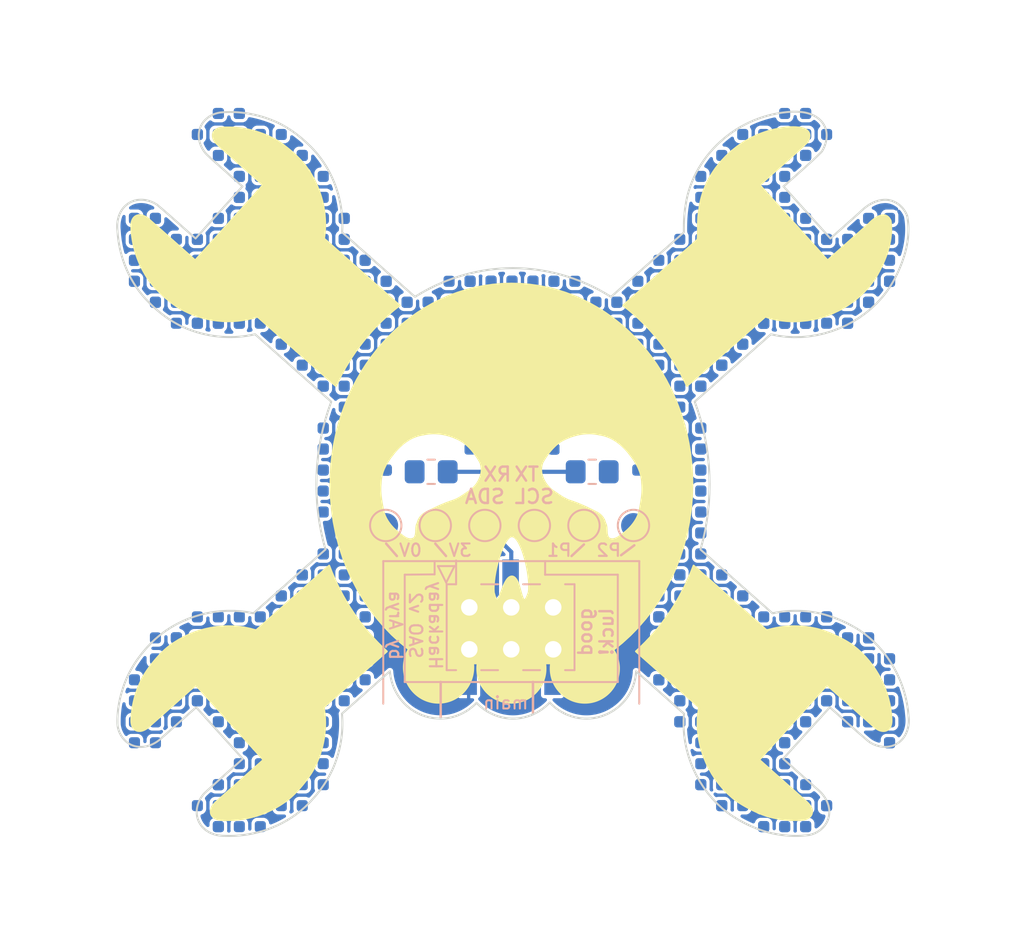
<source format=kicad_pcb>
(kicad_pcb (version 20211014) (generator pcbnew)
  (layers (0 "F.Cu" signal) (31 "B.Cu" signal) (34 "B.Paste" user) (35 "F.Paste" user) (36 "B.SilkS" user "B.Silkscreen") (37 "F.SilkS" user "F.Silkscreen") (38 "B.Mask" user) (39 "F.Mask" user) (44 "Edge.Cuts" user))
  (net 0 "")
  (net 1 "VCC")
  (net 2 "GND")
  (net 3 "SDA")
  (net 4 "SCL")
  (net 5 "GP1")
  (net 6 "GP2")
  (footprint "jolly_wrencher_pcb:protoblock_imperial" (layer "B.Cu") (at 99.06 72.39)
    (fp_text reference "REF**" hide)
    (fp_text value "protoblock_imperial")
  )
  (footprint "jolly_wrencher_pcb:protoblock_imperial" (layer "B.Cu") (at 63.5 101.6)
    (fp_text reference "REF**" hide)
    (fp_text value "protoblock_imperial")
  )
  (footprint "jolly_wrencher_pcb:protoblock_imperial" (layer "B.Cu") (at 99.06 100.33 180)
    (fp_text reference "REF**" hide)
    (fp_text value "protoblock_imperial")
  )
  (footprint "jolly_wrencher_pcb:protoblock_imperial" (layer "B.Cu") (at 77.47 78.74 180)
    (fp_text reference "REF**" hide)
    (fp_text value "protoblock_imperial")
  )
  (footprint "jolly_wrencher_pcb:protoblock_imperial" (layer "B.Cu") (at 63.5 99.06 90)
    (fp_text reference "REF**" hide)
    (fp_text value "protoblock_imperial")
  )
  (footprint "jolly_wrencher_pcb:protoblock_imperial" (layer "B.Cu") (at 99.06 60.96 90)
    (fp_text reference "REF**" hide)
    (fp_text value "protoblock_imperial")
  )
  (footprint "jolly_wrencher_pcb:protoblock_imperial" (layer "B.Cu") (at 62.23 66.04 180)
    (fp_text reference "REF**" hide)
    (fp_text value "protoblock_imperial")
  )
  (footprint "jolly_wrencher_pcb:protoblock_imperial" (layer "B.Cu") (at 66.04 101.6)
    (fp_text reference "REF**" hide)
    (fp_text value "protoblock_imperial")
  )
  (footprint "jolly_wrencher_pcb:protogroup_imperial" (layer "B.Cu") (at 95.25 92.71)
    (fp_text reference "REF**" hide)
    (fp_text value "protogroup_imperial")
  )
  (footprint "jolly_wrencher_pcb:protoblock_imperial" (layer "B.Cu") (at 57.15 67.31 180)
    (fp_text reference "REF**" hide)
    (fp_text value "protoblock_imperial")
  )
  (footprint "jolly_wrencher_pcb:protogroup_imperial" (layer "B.Cu") (at 71.12 74.93 180)
    (fp_text reference "REF**" hide)
    (fp_text value "protogroup_imperial")
  )
  (footprint "jolly_wrencher_pcb:protoblock_imperial" (layer "B.Cu") (at 104.14 95.25)
    (fp_text reference "REF**" hide)
    (fp_text value "protoblock_imperial")
  )
  (footprint "jolly_wrencher_pcb:protoblock_imperial" (layer "B.Cu") (at 96.52 101.6 180)
    (fp_text reference "REF**" hide)
    (fp_text value "protoblock_imperial")
  )
  (footprint "jolly_wrencher_pcb:protogroup_imperial" (layer "B.Cu") (at 71.12 91.44)
    (fp_text reference "REF**" hide)
    (fp_text value "protogroup_imperial")
  )
  (footprint "jolly_wrencher_pcb:protogroup_imperial" (layer "B.Cu") (at 95.25 90.17)
    (fp_text reference "REF**" hide)
    (fp_text value "protogroup_imperial")
  )
  (footprint "jolly_wrencher_pcb:protogroup_imperial" (layer "B.Cu") (at 92.71 92.71)
    (fp_text reference "REF**" hide)
    (fp_text value "protogroup_imperial")
  )
  (footprint "jolly_wrencher_pcb:protoblock_imperial" (layer "B.Cu") (at 91.44 76.2 -90)
    (fp_text reference "REF**" hide)
    (fp_text value "protoblock_imperial")
  )
  (footprint "jolly_wrencher_pcb:protoblock_imperial" (layer "B.Cu") (at 60.96 95.25)
    (fp_text reference "REF**" hide)
    (fp_text value "protoblock_imperial")
  )
  (footprint "jolly_wrencher_pcb:protoblock_imperial" (layer "B.Cu") (at 77.47 69.85 90)
    (fp_text reference "REF**" hide)
    (fp_text value "protoblock_imperial")
  )
  (footprint "jolly_wrencher_pcb:protoblock_imperial" (layer "B.Cu") (at 91.44 86.36 -90)
    (fp_text reference "REF**" hide)
    (fp_text value "protoblock_imperial")
  )
  (footprint "jolly_wrencher_pcb:protoblock_imperial" (layer "B.Cu") (at 91.44 81.28 180)
    (fp_text reference "REF**" hide)
    (fp_text value "protoblock_imperial")
  )
  (footprint "jolly_wrencher_pcb:protoblock_imperial" (layer "B.Cu") (at 99.06 95.25)
    (fp_text reference "REF**" hide)
    (fp_text value "protoblock_imperial")
  )
  (footprint "jolly_wrencher_pcb:protoblock_imperial" (layer "B.Cu") (at 102.87 66.04 90)
    (fp_text reference "REF**" hide)
    (fp_text value "protoblock_imperial")
  )
  (footprint "jolly_wrencher_pcb:protoblock_imperial" (layer "B.Cu") (at 104.14 96.52)
    (fp_text reference "REF**" hide)
    (fp_text value "protoblock_imperial")
  )
  (footprint "jolly_wrencher_pcb:protoblock_imperial" (layer "B.Cu") (at 91.44 95.25 90)
    (fp_text reference "REF**" hide)
    (fp_text value "protoblock_imperial")
  )
  (footprint "jolly_wrencher_pcb:protogroup_imperial" (layer "B.Cu") (at 74.93 77.47 180)
    (fp_text reference "REF**" hide)
    (fp_text value "protogroup_imperial")
  )
  (footprint "jolly_wrencher_pcb:protogroup_imperial" (layer "B.Cu") (at 90.17 80.01 180)
    (fp_text reference "REF**" hide)
    (fp_text value "protogroup_imperial")
  )
  (footprint "jolly_wrencher_pcb:protoblock_imperial" (layer "B.Cu") (at 81.28 68.58 90)
    (fp_text reference "REF**" hide)
    (fp_text value "protoblock_imperial")
  )
  (footprint "jolly_wrencher_pcb:protoblock_imperial" (layer "B.Cu") (at 97.79 96.52)
    (fp_text reference "REF**" hide)
    (fp_text value "protoblock_imperial")
  )
  (footprint "jolly_wrencher_pcb:protogroup_imperial" (layer "B.Cu") (at 97.79 92.71)
    (fp_text reference "REF**" hide)
    (fp_text value "protogroup_imperial")
  )
  (footprint "jolly_wrencher_pcb:protoblock_imperial" (layer "B.Cu") (at 102.87 92.71)
    (fp_text reference "REF**" hide)
    (fp_text value "protoblock_imperial")
  )
  (footprint "jolly_wrencher_pcb:protoblock_imperial" (layer "B.Cu") (at 88.9 81.28)
    (fp_text reference "REF**" hide)
    (fp_text value "protoblock_imperial")
  )
  (footprint "jolly_wrencher_pcb:protoblock_imperial" (layer "B.Cu") (at 90.17 87.63)
    (fp_text reference "REF**" hide)
    (fp_text value "protoblock_imperial")
  )
  (footprint "jolly_wrencher_pcb:protoblock_imperial" (layer "B.Cu") (at 83.82 69.85 -90)
    (fp_text reference "REF**" hide)
    (fp_text value "protoblock_imperial")
  )
  (footprint "jolly_wrencher_pcb:protoblock_imperial" (layer "B.Cu") (at 99.06 67.31 -90)
    (fp_text reference "REF**" hide)
    (fp_text value "protoblock_imperial")
  )
  (footprint "jolly_wrencher_pcb:protoblock_imperial" (layer "B.Cu") (at 97.79 60.96 180)
    (fp_text reference "REF**" hide)
    (fp_text value "protoblock_imperial")
  )
  (footprint "jolly_wrencher_pcb:protogroup_imperial" (layer "B.Cu") (at 92.71 67.31 180)
    (fp_text reference "REF**" hide)
    (fp_text value "protogroup_imperial")
  )
  (footprint "jolly_wrencher_pcb:protogroup_imperial" (layer "B.Cu") (at 83.82 74.93 180)
    (fp_text reference "REF**" hide)
    (fp_text value "protogroup_imperial")
  )
  (footprint "Resistor_SMD:R_0805_2012Metric_Pad1.20x1.40mm_HandSolder" (layer "B.Cu") (at 85.5 80.75)
    (fp_text reference "R1" hide)
    (fp_text value "LED")
  )
  (footprint "jolly_wrencher_pcb:protogroup_imperial" (layer "B.Cu") (at 81.28 72.39 180)
    (fp_text reference "REF**" hide)
    (fp_text value "protogroup_imperial")
  )
  (footprint "jolly_wrencher_pcb:protogroup_imperial" (layer "B.Cu") (at 66.04 68.58 180)
    (fp_text reference "REF**" hide)
    (fp_text value "protogroup_imperial")
  )
  (footprint "jolly_wrencher_pcb:protoblock_imperial" (layer "B.Cu") (at 68.58 86.36 90)
    (fp_text reference "REF**" hide)
    (fp_text value "protoblock_imperial")
  )
  (footprint "jolly_wrencher_pcb:protoblock_imperial" (layer "B.Cu") (at 91.44 93.98)
    (fp_text reference "REF**" hide)
    (fp_text value "protoblock_imperial")
  )
  (footprint "jolly_wrencher_pcb:protoblock_imperial" (layer "B.Cu") (at 81.28 69.85)
    (fp_text reference "REF**" hide)
    (fp_text value "protoblock_imperial")
  )
  (footprint "jolly_wrencher_pcb:protoblock_imperial" (layer "B.Cu") (at 69.85 77.47 180)
    (fp_text reference "REF**" hide)
    (fp_text value "protoblock_imperial")
  )
  (footprint "jolly_wrencher_pcb:protoblock_imperial" (layer "B.Cu") (at 97.79 59.69)
    (fp_text reference "REF**" hide)
    (fp_text value "protoblock_imperial")
  )
  (footprint "jolly_wrencher_pcb:protoblock_imperial" (layer "B.Cu") (at 87.63 69.85 -90)
    (fp_text reference "REF**" hide)
    (fp_text value "protoblock_imperial")
  )
  (footprint "jolly_wrencher_pcb:protoblock_imperial" (layer "B.Cu") (at 57.15 68.58 180)
    (fp_text reference "REF**" hide)
    (fp_text value "protoblock_imperial")
  )
  (footprint "jolly_wrencher_pcb:protogroup_imperial" (layer "B.Cu") (at 68.58 63.5 180)
    (fp_text reference "REF**" hide)
    (fp_text value "protogroup_imperial")
  )
  (footprint "jolly_wrencher_pcb:protogroup_imperial" (layer "B.Cu") (at 71.12 69.85 180)
    (fp_text reference "REF**" hide)
    (fp_text value "protogroup_imperial")
  )
  (footprint "jolly_wrencher_pcb:protogroup_imperial" (layer "B.Cu") (at 69.85 82.55 180)
    (fp_text reference "REF**" hide)
    (fp_text value "protogroup_imperial")
  )
  (footprint "jolly_wrencher_pcb:protoblock_imperial" (layer "B.Cu") (at 78.74 78.74 180)
    (fp_text reference "REF**" hide)
    (fp_text value "protoblock_imperial")
  )
  (footprint "jolly_wrencher_pcb:protoblock_imperial" (layer "B.Cu") (at 60.96 67.31 -90)
    (fp_text reference "REF**" hide)
    (fp_text value "protoblock_imperial")
  )
  (footprint "jolly_wrencher_pcb:protoblock_imperial" (layer "B.Cu") (at 72.39 90.17)
    (fp_text reference "REF**" hide)
    (fp_text value "protoblock_imperial")
  )
  (footprint "jolly_wrencher_pcb:protoblock_imperial" (layer "B.Cu") (at 72.39 69.85 180)
    (fp_text reference "REF**" hide)
    (fp_text value "protoblock_imperial")
  )
  (footprint "jolly_wrencher_pcb:protoblock_imperial" (layer "B.Cu") (at 101.6 71.12 -90)
    (fp_text reference "REF**" hide)
    (fp_text value "protoblock_imperial")
  )
  (footprint "jolly_wrencher_pcb:protoblock_imperial" (layer "B.Cu") (at 104.14 67.31 90)
    (fp_text reference "REF**" hide)
    (fp_text value "protoblock_imperial")
  )
  (footprint "jolly_wrencher_pcb:protoblock_imperial" (layer "B.Cu") (at 91.44 86.36 90)
    (fp_text reference "REF**" hide)
    (fp_text value "protoblock_imperial")
  )
  (footprint "jolly_wrencher_pcb:protogroup_imperial" (layer "B.Cu") (at 83.82 72.39 180)
    (fp_text reference "REF**" hide)
    (fp_text value "protogroup_imperial")
  )
  (footprint "jolly_wrencher_pcb:protoblock_imperial" (layer "B.Cu") (at 58.42 96.52 180)
    (fp_text reference "REF**" hide)
    (fp_text value "protoblock_imperial")
  )
  (footprint "jolly_wrencher_pcb:protoblock_imperial" (layer "B.Cu") (at 64.77 101.6 180)
    (fp_text reference "REF**" hide)
    (fp_text value "protoblock_imperial")
  )
  (footprint "jolly_wrencher_pcb:protoblock_imperial" (layer "B.Cu") (at 71.12 88.9 180)
    (fp_text reference "REF**" hide)
    (fp_text value "protoblock_imperial")
  )
  (footprint "jolly_wrencher_pcb:protoblock_imperial" (layer "B.Cu") (at 69.85 64.77 90)
    (fp_text reference "REF**" hide)
    (fp_text value "protoblock_imperial")
  )
  (footprint "jolly_wrencher_pcb:protoblock_imperial" (layer "B.Cu") (at 87.63 71.12)
    (fp_text reference "REF**" hide)
    (fp_text value "protoblock_imperial")
  )
  (footprint "jolly_wrencher_pcb:protoblock_imperial" (layer "B.Cu") (at 80.01 69.85)
    (fp_text reference "REF**" hide)
    (fp_text value "protoblock_imperial")
  )
  (footprint "jolly_wrencher_pcb:protoblock_imperial" (layer "B.Cu") (at 96.52 101.6 90)
    (fp_text reference "REF**" hide)
    (fp_text value "protoblock_imperial")
  )
  (footprint "jolly_wrencher_pcb:protogroup_imperial" (layer "B.Cu") (at 95.25 95.25)
    (fp_text reference "REF**" hide)
    (fp_text value "protogroup_imperial")
  )
  (footprint "jolly_wrencher_pcb:protoblock_imperial" (layer "B.Cu") (at 58.42 69.85 180)
    (fp_text reference "REF**" hide)
    (fp_text value "protoblock_imperial")
  )
  (footprint "jolly_wrencher_pcb:protoblock_imperial" (layer "B.Cu") (at 72.39 86.36)
    (fp_text reference "REF**" hide)
    (fp_text value "protoblock_imperial")
  )
  (footprint "jolly_wrencher_pcb:protogroup_imperial" (layer "B.Cu") (at 67.31 96.52)
    (fp_text reference "REF**" hide)
    (fp_text value "protogroup_imperial")
  )
  (footprint "jolly_wrencher_pcb:protoblock_imperial" (layer "B.Cu") (at 62.23 93.98 90)
    (fp_text reference "REF**" hide)
    (fp_text value "protoblock_imperial")
  )
  (footprint "jolly_wrencher_pcb:protogroup_imperial" (layer "B.Cu") (at 96.52 62.23 180)
    (fp_text reference "REF**" hide)
    (fp_text value "protogroup_imperial")
  )
  (footprint "jolly_wrencher_pcb:protoblock_imperial" (layer "B.Cu") (at 91.44 80.01 180)
    (fp_text reference "REF**" hide)
    (fp_text value "protoblock_imperial")
  )
  (footprint "jolly_wrencher_pcb:protoblock_imperial" (layer "B.Cu") (at 81.28 78.74 180)
    (fp_text reference "REF**" hide)
    (fp_text value "protoblock_imperial")
  )
  (footprint "jolly_wrencher_pcb:protoblock_imperial" (layer "B.Cu") (at 63.5 64.77 180)
    (fp_text reference "REF**" hide)
    (fp_text value "protoblock_imperial")
  )
  (footprint "jolly_wrencher_pcb:protoblock_imperial" (layer "B.Cu") (at 64.77 101.6)
    (fp_text reference "REF**" hide)
    (fp_text value "protoblock_imperial")
  )
  (footprint "jolly_wrencher_pcb:protoblock_imperial" (layer "B.Cu") (at 59.69 95.25 180)
    (fp_text reference "REF**" hide)
    (fp_text value "protoblock_imperial")
  )
  (footprint "jolly_wrencher_pcb:protogroup_imperial" (layer "B.Cu") (at 77.47 77.47 180)
    (fp_text reference "REF**" hide)
    (fp_text value "protogroup_imperial")
  )
  (footprint "jolly_wrencher_pcb:protogroup_imperial" (layer "B.Cu") (at 68.58 68.58 180)
    (fp_text reference "REF**" hide)
    (fp_text value "protogroup_imperial")
  )
  (footprint "jolly_wrencher_pcb:protogroup_imperial" (layer "B.Cu") (at 72.39 77.47 180)
    (fp_text reference "REF**" hide)
    (fp_text value "protogroup_imperial")
  )
  (footprint "jolly_wrencher_pcb:protogroup_imperial" (layer "B.Cu") (at 76.2 74.93 180)
    (fp_text reference "REF**" hide)
    (fp_text value "protogroup_imperial")
  )
  (footprint "jolly_wrencher_pcb:protoblock_imperial" (layer "B.Cu") (at 69.85 85.09 -90)
    (fp_text reference "REF**" hide)
    (fp_text value "protoblock_imperial")
  )
  (footprint "jolly_wrencher_pcb:protoblock_imperial" (layer "B.Cu") (at 87.63 80.01 -90)
    (fp_text reference "REF**" hide)
    (fp_text value "protoblock_imperial")
  )
  (footprint "jolly_wrencher_pcb:protoblock_imperial" (layer "B.Cu") (at 92.71 87.63 180)
    (fp_text reference "REF**" hide)
    (fp_text value "protoblock_imperial")
  )
  (footprint "jolly_wrencher_pcb:protogroup_imperial" (layer "B.Cu") (at 93.98 62.23 180)
    (fp_text reference "REF**" hide)
    (fp_text value "protogroup_imperial")
  )
  (footprint "jolly_wrencher_pcb:protoblock_imperial" (layer "B.Cu") (at 62.23 101.6 180)
    (fp_text reference "REF**" hide)
    (fp_text value "protoblock_imperial")
  )
  (footprint "jolly_wrencher_pcb:protoblock_imperial" (layer "B.Cu") (at 71.12 85.09 180)
    (fp_text reference "REF**" hide)
    (fp_text value "protoblock_imperial")
  )
  (footprint "jolly_wrencher_pcb:protoblock_imperial" (layer "B.Cu") (at 104.14 66.04 90)
    (fp_text reference "REF**" hide)
    (fp_text value "protoblock_imperial")
  )
  (footprint "jolly_wrencher_pcb:protoblock_imperial" (layer "B.Cu") (at 82.55 69.85 90)
    (fp_text reference "REF**" hide)
    (fp_text value "protoblock_imperial")
  )
  (footprint "jolly_wrencher_pcb:protoblock_imperial" (layer "B.Cu") (at 102.87 96.52 180)
    (fp_text reference "REF**" hide)
    (fp_text value "protoblock_imperial")
  )
  (footprint "jolly_wrencher_pcb:protogroup_imperial" (layer "B.Cu") (at 100.33 91.44)
    (fp_text reference "REF**" hide)
    (fp_text value "protogroup_imperial")
  )
  (footprint "jolly_wrencher_pcb:protoblock_imperial" (layer "B.Cu") (at 102.87 91.44)
    (fp_text reference "REF**" hide)
    (fp_text value "protoblock_imperial")
  )
  (footprint "jolly_wrencher_pcb:protoblock_imperial" (layer "B.Cu") (at 102.87 64.77 90)
    (fp_text reference "REF**" hide)
    (fp_text value "protoblock_imperial")
  )
  (footprint "jolly_wrencher_pcb:protoblock_imperial" (layer "B.Cu") (at 93.98 100.33)
    (fp_text reference "REF**" hide)
    (fp_text value "protoblock_imperial")
  )
  (footprint "jolly_wrencher_pcb:protoblock_imperial" (layer "B.Cu") (at 80.01 68.58 90)
    (fp_text reference "REF**" hide)
    (fp_text value "protoblock_imperial")
  )
  (footprint "jolly_wrencher_pcb:protoblock_imperial" (layer "B.Cu") (at 99.06 66.04 180)
    (fp_text reference "REF**" hide)
    (fp_text value "protoblock_imperial")
  )
  (footprint "jolly_wrencher_pcb:protoblock_imperial" (layer "B.Cu") (at 102.87 67.31 90)
    (fp_text reference "REF**" hide)
    (fp_text value "protoblock_imperial")
  )
  (footprint "jolly_wrencher_pcb:protoblock_imperial" (layer "B.Cu") (at 91.44 85.09 -90)
    (fp_text reference "REF**" hide)
    (fp_text value "protoblock_imperial")
  )
  (footprint "jolly_wrencher_pcb:protogroup_imperial" (layer "B.Cu") (at 90.17 77.47 180)
    (fp_text reference "REF**" hide)
    (fp_text value "protogroup_imperial")
  )
  (footprint "jolly_wrencher_pcb:protogroup_imperial" (layer "B.Cu") (at 68.58 93.98)
    (fp_text reference "REF**" hide)
    (fp_text value "protogroup_imperial")
  )
  (footprint "jolly_wrencher_pcb:protoblock_imperial" (layer "B.Cu") (at 100.33 71.12 180)
    (fp_text reference "REF**" hide)
    (fp_text value "protoblock_imperial")
  )
  (footprint "jolly_wrencher_pcb:protoblock_imperial" (layer "B.Cu") (at 62.23 100.33 -90)
    (fp_text reference "REF**" hide)
    (fp_text value "protoblock_imperial")
  )
  (footprint "jolly_wrencher_pcb:protoblock_imperial" (layer "B.Cu") (at 69.85 66.04 -90)
    (fp_text reference "REF**" hide)
    (fp_text value "protoblock_imperial")
  )
  (footprint "jolly_wrencher_pcb:protoblock_imperial" (layer "B.Cu") (at 69.85 67.31 180)
    (fp_text reference "REF**" hide)
    (fp_text value "protoblock_imperial")
  )
  (footprint "jolly_wrencher_pcb:protoblock_imperial" (layer "B.Cu") (at 85.09 69.85 90)
    (fp_text reference "REF**" hide)
    (fp_text value "protoblock_imperial")
  )
  (footprint "jolly_wrencher_pcb:protoblock_imperial" (layer "B.Cu") (at 63.5 90.17)
    (fp_text reference "REF**" hide)
    (fp_text value "protoblock_imperial")
  )
  (footprint "jolly_wrencher_pcb:protogroup_imperial" (layer "B.Cu") (at 68.58 91.44)
    (fp_text reference "REF**" hide)
    (fp_text value "protogroup_imperial")
  )
  (footprint "jolly_wrencher_pcb:protoblock_imperial" (layer "B.Cu") (at 88.9 85.09 -90)
    (fp_text reference "REF**" hide)
    (fp_text value "protoblock_imperial")
  )
  (footprint "jolly_wrencher_pcb:protogroup_imperial" (layer "B.Cu") (at 92.71 90.17)
    (fp_text reference "REF**" hide)
    (fp_text value "protogroup_imperial")
  )
  (footprint "jolly_wrencher_pcb:protoblock_imperial" (layer "B.Cu") (at 59.69 92.71)
    (fp_text reference "REF**" hide)
    (fp_text value "protoblock_imperial")
  )
  (footprint "jolly_wrencher_pcb:protoblock_imperial" (layer "B.Cu") (at 96.52 59.69 180)
    (fp_text reference "REF**" hide)
    (fp_text value "protoblock_imperial")
  )
  (footprint "TestPoint:TestPoint_Pad_D1.5mm" (layer "B.Cu") (at 76 84)
    (fp_text reference "TP4" hide)
    (fp_text value "3V" hide)
  )
  (footprint "jolly_wrencher_pcb:protogroup_imperial" (layer "B.Cu") (at 90.17 91.44)
    (fp_text reference "REF**" hide)
    (fp_text value "protogroup_imperial")
  )
  (footprint "jolly_wrencher_pcb:protoblock_imperial" (layer "B.Cu") (at 59.69 95.25 -90)
    (fp_text reference "REF**" hide)
    (fp_text value "protoblock_imperial")
  )
  (footprint "jolly_wrencher_pcb:protoblock_imperial" (layer "B.Cu") (at 83.808657 78.738869 90)
    (fp_text reference "REF**" hide)
    (fp_text value "protoblock_imperial")
  )
  (footprint "jolly_wrencher_pcb:protogroup_imperial" (layer "B.Cu") (at 87.63 77.47 180)
    (fp_text reference "REF**" hide)
    (fp_text value "protogroup_imperial")
  )
  (footprint "jolly_wrencher_pcb:protoblock_imperial" (layer "B.Cu") (at 62.23 72.39 -90)
    (fp_text reference "REF**" hide)
    (fp_text value "protoblock_imperial")
  )
  (footprint "jolly_wrencher_pcb:protoblock_imperial" (layer "B.Cu") (at 69.85 66.04 180)
    (fp_text reference "REF**" hide)
    (fp_text value "protoblock_imperial")
  )
  (footprint "jolly_wrencher_pcb:protoblock_imperial" (layer "B.Cu") (at 90.17 93.98)
    (fp_text reference "REF**" hide)
    (fp_text value "protoblock_imperial")
  )
  (footprint "jolly_wrencher_pcb:protoblock_imperial" (layer "B.Cu") (at 93.98 73.66 90)
    (fp_text reference "REF**" hide)
    (fp_text value "protoblock_imperial")
  )
  (footprint "jolly_wrencher_pcb:protoblock_imperial" (layer "B.Cu") (at 68.58 74.93 180)
    (fp_text reference "REF**" hide)
    (fp_text value "protoblock_imperial")
  )
  (footprint "jolly_wrencher_pcb:protogroup_imperial" (layer "B.Cu") (at 82.55 77.47 180)
    (fp_text reference "REF**" hide)
    (fp_text value "protogroup_imperial")
  )
  (footprint "jolly_wrencher_pcb:protogroup_imperial" (layer "B.Cu") (at 63.5 91.44)
    (fp_text reference "REF**" hide)
    (fp_text value "protogroup_imperial")
  )
  (footprint "jolly_wrencher_pcb:protoblock_imperial" (layer "B.Cu") (at 93.98 88.9 180)
    (fp_text reference "REF**" hide)
    (fp_text value "protoblock_imperial")
  )
  (footprint "TestPoint:TestPoint_Pad_D1.5mm" (layer "B.Cu") (at 82 84)
    (fp_text reference "TP2" hide)
    (fp_text value "SCL")
  )
  (footprint "jolly_wrencher_pcb:protoblock_imperial" (layer "B.Cu") (at 71.12 81.28)
    (fp_text reference "REF**" hide)
    (fp_text value "protoblock_imperial")
  )
  (footprint "jolly_wrencher_pcb:protoblock_imperial" (layer "B.Cu") (at 93.98 100.33 90)
    (fp_text reference "REF**" hide)
    (fp_text value "protoblock_imperial")
  )
  (footprint "jolly_wrencher_pcb:protoblock_imperial" (layer "B.Cu") (at 69.85 76.2 180)
    (fp_text reference "REF**" hide)
    (fp_text value "protoblock_imperial")
  )
  (footprint "jolly_wrencher_pcb:protoblock_imperial" (layer "B.Cu") (at 93.98 87.63 90)
    (fp_text reference "REF**" hide)
    (fp_text value "protoblock_imperial")
  )
  (footprint "jolly_wrencher_pcb:protoblock_imperial" (layer "B.Cu") (at 72.39 87.63)
    (fp_text reference "REF**" hide)
    (fp_text value "protoblock_imperial")
  )
  (footprint "jolly_wrencher_pcb:protoblock_imperial" (layer "B.Cu") (at 100.33 93.98)
    (fp_text reference "REF**" hide)
    (fp_text value "protoblock_imperial")
  )
  (footprint "jolly_wrencher_pcb:protoblock_imperial" (layer "B.Cu") (at 91.44 77.47 180)
    (fp_text reference "REF**" hide)
    (fp_text value "protoblock_imperial")
  )
  (footprint "jolly_wrencher_pcb:protoblock_imperial" (layer "B.Cu") (at 69.85 80.01 180)
    (fp_text reference "REF**" hide)
    (fp_text value "protoblock_imperial")
  )
  (footprint "jolly_wrencher_pcb:protogroup_imperial" (layer "B.Cu") (at 90.17 88.9)
    (fp_text reference "REF**" hide)
    (fp_text value "protogroup_imperial")
  )
  (footprint "jolly_wrencher_pcb:protogroup_imperial" (layer "B.Cu") (at 85.09 77.47 180)
    (fp_text reference "REF**" hide)
    (fp_text value "protogroup_imperial")
  )
  (footprint "jolly_wrencher_pcb:protoblock_imperial" (layer "B.Cu") (at 58.42 93.98 -90)
    (fp_text reference "REF**" hide)
    (fp_text value "protoblock_imperial")
  )
  (footprint "jolly_wrencher_pcb:protogroup_imperial" (layer "B.Cu") (at 86.36 72.39 180)
    (fp_text reference "REF**" hide)
    (fp_text value "protogroup_imperial")
  )
  (footprint "jolly_wrencher_pcb:protoblock_imperial" (layer "B.Cu") (at 102.87 68.58 180)
    (fp_text reference "REF**" hide)
    (fp_text value "protoblock_imperial")
  )
  (footprint "jolly_wrencher_pcb:protoblock_imperial" (layer "B.Cu") (at 101.6 66.04 90)
    (fp_text reference "REF**" hide)
    (fp_text value "protoblock_imperial")
  )
  (footprint "jolly_wrencher_pcb:protogroup_imperial" (layer "B.Cu") (at 63.5 71.12 180)
    (fp_text reference "REF**" hide)
    (fp_text value "protogroup_imperial")
  )
  (footprint "jolly_wrencher_pcb:protoblock_imperial" (layer "B.Cu") (at 91.44 82.55 180)
    (fp_text reference "REF**" hide)
    (fp_text value "protoblock_imperial")
  )
  (footprint "jolly_wrencher_pcb:protoblock_imperial" (layer "B.Cu") (at 67.31 60.96 180)
    (fp_text reference "REF**" hide)
    (fp_text value "protoblock_imperial")
  )
  (footprint "jolly_wrencher_pcb:protoblock_imperial" (layer "B.Cu") (at 66.04 72.39 180)
    (fp_text reference "REF**" hide)
    (fp_text value "protoblock_imperial")
  )
  (footprint "TestPoint:TestPoint_Pad_D1.5mm" (layer "B.Cu") (at 85 84)
    (fp_text reference "TP3" hide)
    (fp_text value "GP1" hide)
  )
  (footprint "jolly_wrencher_pcb:protoblock_imperial" (layer "B.Cu") (at 63.5 59.69)
    (fp_text reference "REF**" hide)
    (fp_text value "protoblock_imperial")
  )
  (footprint "jolly_wrencher_pcb:protoblock_imperial" (layer "B.Cu") (at 64.77 90.17)
    (fp_text reference "REF**" hide)
    (fp_text value "protoblock_imperial")
  )
  (footprint "jolly_wrencher_pcb:protogroup_imperial" (layer "B.Cu") (at 90.17 69.85 180)
    (fp_text reference "REF**" hide)
    (fp_text value "protogroup_imperial")
  )
  (footprint "jolly_wrencher_pcb:protoblock_imperial" (layer "B.Cu") (at 57.15 66.04 180)
    (fp_text reference "REF**" hide)
    (fp_text value "protoblock_imperial")
  )
  (footprint "jolly_wrencher_pcb:protoblock_imperial" (layer "B.Cu") (at 102.87 69.85 -90)
    (fp_text reference "REF**" hide)
    (fp_text value "protoblock_imperial")
  )
  (footprint "jolly_wrencher_pcb:protoblock_imperial" (layer "B.Cu") (at 62.23 101.6 -90)
    (fp_text reference "REF**" hide)
    (fp_text value "protoblock_imperial")
  )
  (footprint "jolly_wrencher_pcb:protoblock_imperial" (layer "B.Cu") (at 83.82 69.85 90)
    (fp_text reference "REF**" hide)
    (fp_text value "protoblock_imperial")
  )
  (footprint "jolly_wrencher_pcb:protoblock_imperial" (layer "B.Cu") (at 99.06 71.12 180)
    (fp_text reference "REF**" hide)
    (fp_text value "protoblock_imperial")
  )
  (footprint "jolly_wrencher_pcb:protoblock_imperial" (layer "B.Cu") (at 82.55 68.58 90)
    (fp_text reference "REF**" hide)
    (fp_text value "protoblock_imperial")
  )
  (footprint "jolly_wrencher_pcb:protoblock_imperial" (layer "B.Cu") (at 91.44 62.23 180)
    (fp_text reference "REF**" hide)
    (fp_text value "protoblock_imperial")
  )
  (footprint "jolly_wrencher_pcb:protogroup_imperial" (layer "B.Cu") (at 71.12 72.39 180)
    (fp_text reference "REF**" hide)
    (fp_text value "protogroup_imperial")
  )
  (footprint "jolly_wrencher_pcb:protogroup_imperial" (layer "B.Cu") (at 66.04 66.04 180)
    (fp_text reference "REF**" hide)
    (fp_text value "protogroup_imperial")
  )
  (footprint "jolly_wrencher_pcb:protogroup_imperial" (layer "B.Cu") (at 60.96 69.85 180)
    (fp_text reference "REF**" hide)
    (fp_text value "protogroup_imperial")
  )
  (footprint "jolly_wrencher_pcb:protogroup_imperial" (layer "B.Cu") (at 97.79 69.85 180)
    (fp_text reference "REF**" hide)
    (fp_text value "protogroup_imperial")
  )
  (footprint "jolly_wrencher_pcb:protoblock_imperial" (layer "B.Cu") (at 101.6 67.31 90)
    (fp_text reference "REF**" hide)
    (fp_text value "protoblock_imperial")
  )
  (footprint "jolly_wrencher_pcb:protoblock_imperial" (layer "B.Cu") (at 57.15 93.98 -90)
    (fp_text reference "REF**" hide)
    (fp_text value "protoblock_imperial")
  )
  (footprint "jolly_wrencher_pcb:protoblock_imperial" (layer "B.Cu") (at 87.63 69.85 180)
    (fp_text reference "REF**" hide)
    (fp_text value "protoblock_imperial")
  )
  (footprint "jolly_wrencher_pcb:protoblock_imperial" (layer "B.Cu") (at 99.06 59.69 180)
    (fp_text reference "REF**" hide)
    (fp_text value "protoblock_imperial")
  )
  (footprint "jolly_wrencher_pcb:protoblock_imperial" (layer "B.Cu") (at 91.44 87.63 180)
    (fp_text reference "REF**" hide)
    (fp_text value "protoblock_imperial")
  )
  (footprint "jolly_wrencher_pcb:protoblock_imperial" (layer "B.Cu") (at 58.42 68.58 180)
    (fp_text reference "REF**" hide)
    (fp_text value "protoblock_imperial")
  )
  (footprint "jolly_wrencher_pcb:protoblock_imperial" (layer "B.Cu") (at 78.74 68.58 90)
    (fp_text reference "REF**" hide)
    (fp_text value "protoblock_imperial")
  )
  (footprint "jolly_wrencher_pcb:protogroup_imperial" (layer "B.Cu") (at 73.66 74.93 180)
    (fp_text reference "REF**" hide)
    (fp_text value "protogroup_imperial")
  )
  (footprint "jolly_wrencher_pcb:protogroup_imperial" (layer "B.Cu") (at 67.31 88.9)
    (fp_text reference "REF**" hide)
    (fp_text value "protogroup_imperial")
  )
  (footprint "jolly_wrencher_pcb:protogroup_imperial" (layer "B.Cu") (at 63.5 93.98)
    (fp_text reference "REF**" hide)
    (fp_text value "protogroup_imperial")
  )
  (footprint "jolly_wrencher_pcb:protoblock_imperial" (layer "B.Cu") (at 62.23 90.17)
    (fp_text reference "REF**" hide)
    (fp_text value "protoblock_imperial")
  )
  (footprint "jolly_wrencher_pcb:protoblock_imperial" (layer "B.Cu") (at 63.5 100.33)
    (fp_text reference "REF**" hide)
    (fp_text value "protoblock_imperial")
  )
  (footprint "jolly_wrencher_pcb:protoblock_imperial" (layer "B.Cu") (at 62.23 95.25)
    (fp_text reference "REF**" hide)
    (fp_text value "protoblock_imperial")
  )
  (footprint "jolly_wrencher_pcb:protoblock_imperial" (layer "B.Cu") (at 86.36 71.12)
    (fp_text reference "REF**" hide)
    (fp_text value "protoblock_imperial")
  )
  (footprint "jolly_wrencher_pcb:protoblock_imperial" (layer "B.Cu") (at 60.96 71.12 90)
    (fp_text reference "REF**" hide)
    (fp_text value "protoblock_imperial")
  )
  (footprint "jolly_wrencher_pcb:protoblock_imperial" (layer "B.Cu") (at 58.42 64.77 180)
    (fp_text reference "REF**" hide)
    (fp_text value "protoblock_imperial")
  )
  (footprint "jolly_wrencher_pcb:protogroup_imperial" (layer "B.Cu") (at 95.25 67.31 180)
    (fp_text reference "REF**" hide)
    (fp_text value "protogroup_imperial")
  )
  (footprint "jolly_wrencher_pcb:protoblock_imperial" (layer "B.Cu") (at 92.71 86.36 90)
    (fp_text reference "REF**" hide)
    (fp_text value "protoblock_imperial")
  )
  (footprint "jolly_wrencher_pcb:protoblock_imperial" (layer "B.Cu") (at 67.31 87.63 -90)
    (fp_text reference "REF**" hide)
    (fp_text value "protoblock_imperial")
  )
  (footprint "jolly_wrencher_pcb:protoblock_imperial" (layer "B.Cu") (at 66.04 90.17)
    (fp_text reference "REF**" hide)
    (fp_text value "protoblock_imperial")
  )
  (footprint "jolly_wrencher_pcb:protoblock_imperial" (layer "B.Cu") (at 88.9 91.44 -90)
    (fp_text reference "REF**" hide)
    (fp_text value "protoblock_imperial")
  )
  (footprint "jolly_wrencher_pcb:protogroup_imperial" (layer "B.Cu") (at 66.04 93.98)
    (fp_text reference "REF**" hide)
    (fp_text value "protogroup_imperial")
  )
  (footprint "jolly_wrencher_pcb:protoblock_imperial" (layer "B.Cu") (at 62.23 66.04 -90)
    (fp_text reference "REF**" hide)
    (fp_text value "protoblock_imperial")
  )
  (footprint "jolly_wrencher_pcb:protoblock_imperial" (layer "B.Cu") (at 71.12 85.09 -90)
    (fp_text reference "REF**" hide)
    (fp_text value "protoblock_imperial")
  )
  (footprint "jolly_wrencher_pcb:protogroup_imperial" (layer "B.Cu") (at 91.44 74.93 180)
    (fp_text reference "REF**" hide)
    (fp_text value "protogroup_imperial")
  )
  (footprint "jolly_wrencher_pcb:protogroup_imperial" (layer "B.Cu") (at 88.9 74.93 180)
    (fp_text reference "REF**" hide)
    (fp_text value "protogroup_imperial")
  )
  (footprint "jolly_wrencher_pcb:protoblock_imperial" (layer "B.Cu") (at 91.44 63.5 180)
    (fp_text reference "REF**" hide)
    (fp_text value "protoblock_imperial")
  )
  (footprint "jolly_wrencher_pcb:protoblock_imperial" (layer "B.Cu") (at 69.85 78.74 180)
    (fp_text reference "REF**" hide)
    (fp_text value "protoblock_imperial")
  )
  (footprint "jolly_wrencher_pcb:protoblock_imperial" (layer "B.Cu") (at 69.85 83.82 180)
    (fp_text reference "REF**" hide)
    (fp_text value "protoblock_imperial")
  )
  (footprint "jolly_wrencher_pcb:protoblock_imperial" (layer "B.Cu") (at 95.25 71.12 180)
    (fp_text reference "REF**" hide)
    (fp_text value "protoblock_imperial")
  )
  (footprint "jolly_wrencher_pcb:protogroup_imperial" (layer "B.Cu") (at 66.04 63.5 180)
    (fp_text reference "REF**" hide)
    (fp_text value "protogroup_imperial")
  )
  (footprint "jolly_wrencher_pcb:protoblock_imperial" (layer "B.Cu") (at 82.55 69.85)
    (fp_text reference "REF**" hide)
    (fp_text value "protoblock_imperial")
  )
  (footprint "jolly_wrencher_pcb:protoblock_imperial" (layer "B.Cu") (at 63.5 64.77 -90)
    (fp_text reference "REF**" hide)
    (fp_text value "protoblock_imperial")
  )
  (footprint "jolly_wrencher_pcb:protoblock_imperial" (layer "B.Cu") (at 96.52 72.39)
    (fp_text reference "REF**" hide)
    (fp_text value "protoblock_imperial")
  )
  (footprint "jolly_wrencher_pcb:protoblock_imperial" (layer "B.Cu") (at 91.44 78.74 180)
    (fp_text reference "REF**" hide)
    (fp_text value "protoblock_imperial")
  )
  (footprint "jolly_wrencher_pcb:protoblock_imperial" (layer "B.Cu") (at 78.74 69.85 90)
    (fp_text reference "REF**" hide)
    (fp_text value "protoblock_imperial")
  )
  (footprint "jolly_wrencher_pcb:protoblock_imperial" (layer "B.Cu") (at 95.25 72.39 90)
    (fp_text reference "REF**" hide)
    (fp_text value "protoblock_imperial")
  )
  (footprint "jolly_wrencher_pcb:protoblock_imperial" (layer "B.Cu") (at 100.33 93.98 90)
    (fp_text reference "REF**" hide)
    (fp_text value "protoblock_imperial")
  )
  (footprint "jolly_wrencher_pcb:protoblock_imperial" (layer "B.Cu") (at 97.79 96.52 90)
    (fp_text reference "REF**" hide)
    (fp_text value "protoblock_imperial")
  )
  (footprint "jolly_wrencher_pcb:protogroup_imperial" (layer "B.Cu") (at 100.33 69.85 180)
    (fp_text reference "REF**" hide)
    (fp_text value "protogroup_imperial")
  )
  (footprint "jolly_wrencher_pcb:protogroup_imperial" (layer "B.Cu") (at 95.25 97.79)
    (fp_text reference "REF**" hide)
    (fp_text value "protogroup_imperial")
  )
  (footprint "jolly_wrencher_pcb:protoblock_imperial" (layer "B.Cu") (at 58.42 96.52 90)
    (fp_text reference "REF**" hide)
    (fp_text value "protoblock_imperial")
  )
  (footprint "jolly_wrencher_pcb:protoblock_imperial" (layer "B.Cu") (at 104.14 64.77 90)
    (fp_text reference "REF**" hide)
    (fp_text value "protoblock_imperial")
  )
  (footprint "jolly_wrencher_pcb:protoblock_imperial" (layer "B.Cu") (at 100.33 67.31 90)
    (fp_text reference "REF**" hide)
    (fp_text value "protoblock_imperial")
  )
  (footprint "jolly_wrencher_pcb:protoblock_imperial" (layer "B.Cu") (at 101.6 90.17 90)
    (fp_text reference "REF**" hide)
    (fp_text value "protoblock_imperial")
  )
  (footprint "jolly_wrencher_pcb:protoblock_imperial" (layer "B.Cu") (at 60.96 67.31 180)
    (fp_text reference "REF**" hide)
    (fp_text value "protoblock_imperial")
  )
  (footprint "jolly_wrencher_pcb:protoblock_imperial" (layer "B.Cu") (at 73.66 69.85 180)
    (fp_text reference "REF**" hide)
    (fp_text value "protoblock_imperial")
  )
  (footprint "jolly_wrencher_pcb:protoblock_imperial" (layer "B.Cu") (at 57.15 64.77 180)
    (fp_text reference "REF**" hide)
    (fp_text value "protoblock_imperial")
  )
  (footprint "jolly_wrencher_pcb:protoblock_imperial" (layer "B.Cu") (at 69.85 77.47 90)
    (fp_text reference "REF**" hide)
    (fp_text value "protoblock_imperial")
  )
  (footprint "jolly_wrencher_pcb:protoblock_imperial" (layer "B.Cu") (at 97.79 95.25)
    (fp_text reference "REF**" hide)
    (fp_text value "protoblock_imperial")
  )
  (footprint "jolly_wrencher_pcb:protogroup_imperial" (layer "B.Cu") (at 97.79 67.31 180)
    (fp_text reference "REF**" hide)
    (fp_text value "protogroup_imperial")
  )
  (footprint "jolly_wrencher_pcb:protogroup_imperial" (layer "B.Cu") (at 78.74 72.39 180)
    (fp_text reference "REF**" hide)
    (fp_text value "protogroup_imperial")
  )
  (footprint "jolly_wrencher_pcb:protogroup_imperial" (layer "B.Cu") (at 86.36 74.93 180)
    (fp_text reference "REF**" hide)
    (fp_text value "protogroup_imperial")
  )
  (footprint "jolly_wrencher_pcb:protogroup_imperial" (layer "B.Cu") (at 69.85 86.36)
    (fp_text reference "REF**" hide)
    (fp_text value "protogroup_imperial")
  )
  (footprint "jolly_wrencher_pcb:protoblock_imperial" (layer "B.Cu") (at 88.9 88.9 -90)
    (fp_text reference "REF**" hide)
    (fp_text value "protoblock_imperial")
  )
  (footprint "jolly_wrencher_pcb:protogroup_imperial" (layer "B.Cu") (at 92.71 69.85 180)
    (fp_text reference "REF**" hide)
    (fp_text value "protogroup_imperial")
  )
  (footprint "jolly_wrencher_pcb:protogroup_imperial" (layer "B.Cu") (at 68.58 71.12 180)
    (fp_text reference "REF**" hide)
    (fp_text value "protogroup_imperial")
  )
  (footprint "jolly_wrencher_pcb:protoblock_imperial" (layer "B.Cu") (at 69.85 99.06)
    (fp_text reference "REF**" hide)
    (fp_text value "protoblock_imperial")
  )
  (footprint "jolly_wrencher_pcb:protogroup_imperial" (layer "B.Cu") (at 96.52 64.77 180)
    (fp_text reference "REF**" hide)
    (fp_text value "protogroup_imperial")
  )
  (footprint "jolly_wrencher_pcb:protoblock_imperial" (layer "B.Cu") (at 72.39 68.58 180)
    (fp_text reference "REF**" hide)
    (fp_text value "protoblock_imperial")
  )
  (footprint "jolly_wrencher_pcb:protogroup_imperial" (layer "B.Cu") (at 90.17 82.55 90)
    (fp_text reference "REF**" hide)
    (fp_text value "protogroup_imperial")
  )
  (footprint "jolly_wrencher_pcb:protoblock_imperial" (layer "B.Cu") (at 59.69 91.44 180)
    (fp_text reference "REF**" hide)
    (fp_text value "protoblock_imperial")
  )
  (footprint "jolly_wrencher_pcb:protoblock_imperial" (layer "B.Cu") (at 71.12 86.36 180)
    (fp_text reference "REF**" hide)
    (fp_text value "protoblock_imperial")
  )
  (footprint "jolly_wrencher_pcb:protogroup_imperial" (layer "B.Cu") (at 64.77 96.52)
    (fp_text reference "REF**" hide)
    (fp_text value "protogroup_imperial")
  )
  (footprint "jolly_wrencher_pcb:protoblock_imperial" (layer "B.Cu") (at 80.01 69.85 90)
    (fp_text reference "REF**" hide)
    (fp_text value "protoblock_imperial")
  )
  (footprint "jolly_wrencher_pcb:protoblock_imperial" (layer "B.Cu") (at 88.9 86.36 -90)
    (fp_text reference "REF**" hide)
    (fp_text value "protoblock_imperial")
  )
  (footprint "jolly_wrencher_pcb:protoblock_imperial" (layer "B.Cu") (at 90.17 67.31 180)
    (fp_text reference "REF**" hide)
    (fp_text value "protoblock_imperial")
  )
  (footprint "jolly_wrencher_pcb:protoblock_imperial" (layer "B.Cu") (at 71.12 93.98 90)
    (fp_text reference "REF**" hide)
    (fp_text value "protoblock_imperial")
  )
  (footprint "jolly_wrencher_pcb:protogroup_imperial" (layer "B.Cu") (at 72.39 80.01 180)
    (fp_text reference "REF**" hide)
    (fp_text value "protogroup_imperial")
  )
  (footprint "jolly_wrencher_pcb:protoblock_imperial" (layer "B.Cu") (at 92.71 87.63 -90)
    (fp_text reference "REF**" hide)
    (fp_text value "protoblock_imperial")
  )
  (footprint "jolly_wrencher_pcb:protoblock_imperial" (layer "B.Cu") (at 72.39 88.9)
    (fp_text reference "REF**" hide)
    (fp_text value "protoblock_imperial")
  )
  (footprint "jolly_wrencher_pcb:protogroup_imperial" (layer "B.Cu") (at 97.79 90.17)
    (fp_text reference "REF**" hide)
    (fp_text value "protogroup_imperial")
  )
  (footprint "jolly_wrencher_pcb:protoblock_imperial" (layer "B.Cu") (at 77.47 69.85)
    (fp_text reference "REF**" hide)
    (fp_text value "protoblock_imperial")
  )
  (footprint "jolly_wrencher_pcb:protoblock_imperial" (layer "B.Cu") (at 88.9 87.63 -90)
    (fp_text reference "REF**" hide)
    (fp_text value "protoblock_imperial")
  )
  (footprint "jolly_wrencher_pcb:protoblock_imperial" (layer "B.Cu") (at 91.44 87.63)
    (fp_text reference "REF**" hide)
    (fp_text value "protoblock_imperial")
  )
  (footprint "jolly_wrencher_pcb:protoblock_imperial" (layer "B.Cu") (at 90.17 67.31 -90)
    (fp_text reference "REF**" hide)
    (fp_text value "protoblock_imperial")
  )
  (footprint "jolly_wrencher_pcb:protogroup_imperial" (layer "B.Cu") (at 88.9 72.39 180)
    (fp_text reference "REF**" hide)
    (fp_text value "protogroup_imperial")
  )
  (footprint "jolly_wrencher_pcb:protoblock_imperial" (layer "B.Cu") (at 97.79 72.39)
    (fp_text reference "REF**" hide)
    (fp_text value "protoblock_imperial")
  )
  (footprint "jolly_wrencher_pcb:protoblock_imperial" (layer "B.Cu") (at 63.5 101.6 180)
    (fp_text reference "REF**" hide)
    (fp_text value "protoblock_imperial")
  )
  (footprint "jolly_wrencher_pcb:protoblock_imperial" (layer "B.Cu") (at 60.96 71.12 180)
    (fp_text reference "REF**" hide)
    (fp_text value "protoblock_imperial")
  )
  (footprint "jolly_wrencher_pcb:protoblock_imperial" (layer "B.Cu") (at 72.39 85.09 90)
    (fp_text reference "REF**" hide)
    (fp_text value "protoblock_imperial")
  )
  (footprint "jolly_wrencher_pcb:protoblock_imperial" (layer "B.Cu") (at 63.5 66.04 180)
    (fp_text reference "REF**" hide)
    (fp_text value "protoblock_imperial")
  )
  (footprint "jolly_wrencher_pcb:protogroup_imperial" (layer "B.Cu") (at 81.28 74.93 180)
    (fp_text reference "REF**" hide)
    (fp_text value "protogroup_imperial")
  )
  (footprint "jolly_wrencher_pcb:protoblock_imperial" (layer "B.Cu") (at 91.44 64.77 180)
    (fp_text reference "REF**" hide)
    (fp_text value "protoblock_imperial")
  )
  (footprint "jolly_wrencher_pcb:protoblock_imperial" (layer "B.Cu") (at 58.42 96.52 -90)
    (fp_text reference "REF**" hide)
    (fp_text value "protoblock_imperial")
  )
  (footprint "jolly_wrencher_pcb:protogroup_imperial" (layer "B.Cu") (at 66.04 91.44)
    (fp_text reference "REF**" hide)
    (fp_text value "protogroup_imperial")
  )
  (footprint "TestPoint:TestPoint_Pad_D1.5mm" (layer "B.Cu") (at 73 84)
    (fp_text reference "TP5" hide)
    (fp_text value "GND" hide)
  )
  (footprint "jolly_wrencher_pcb:protoblock_imperial" (layer "B.Cu") (at 99.06 95.25 90)
    (fp_text reference "REF**" hide)
    (fp_text value "protoblock_imperial")
  )
  (footprint "jolly_wrencher_pcb:protoblock_imperial" (layer "B.Cu") (at 63.5 62.23 180)
    (fp_text reference "REF**" hide)
    (fp_text value "protoblock_imperial")
  )
  (footprint "jolly_wrencher_pcb:protoblock_imperial" (layer "B.Cu") (at 97.79 59.69 180)
    (fp_text reference "REF**" hide)
    (fp_text value "protoblock_imperial")
  )
  (footprint "jolly_wrencher_pcb:protoblock_imperial" (layer "B.Cu") (at 59.69 93.98 -90)
    (fp_text reference "REF**" hide)
    (fp_text value "protoblock_imperial")
  )
  (footprint "jolly_wrencher_pcb:protoblock_imperial" (layer "B.Cu") (at 69.85 78.74 90)
    (fp_text reference "REF**" hide)
    (fp_text value "protoblock_imperial")
  )
  (footprint "jolly_wrencher_pcb:protoblock_imperial" (layer "B.Cu") (at 100.33 90.17)
    (fp_text reference "REF**" hide)
    (fp_text value "protoblock_imperial")
  )
  (footprint "jolly_wrencher_pcb:protoblock_imperial" (layer "B.Cu") (at 99.06 59.69 90)
    (fp_text reference "REF**" hide)
    (fp_text value "protoblock_imperial")
  )
  (footprint "jolly_wrencher_pcb:protoblock_imperial" (layer "B.Cu") (at 63.5 72.39 -90)
    (fp_text reference "REF**" hide)
    (fp_text value "protoblock_imperial")
  )
  (footprint "jolly_wrencher_pcb:protoblock_imperial" (layer "B.Cu") (at 62.23 60.96)
    (fp_text reference "REF**" hide)
    (fp_text value "protoblock_imperial")
  )
  (footprint "TestPoint:TestPoint_Pad_D1.5mm" (layer "B.Cu") (at 88 84)
    (fp_text reference "TP6" hide)
    (fp_text value "GP2" hide)
  )
  (footprint "TestPoint:TestPoint_Pad_D1.5mm" (layer "B.Cu") (at 79 84)
    (fp_text reference "TP1" hide)
    (fp_text value "SDA")
  )
  (footprint "jolly_wrencher_pcb:protoblock_imperial" (layer "B.Cu") (at 101.6 69.85 180)
    (fp_text reference "REF**" hide)
    (fp_text value "protoblock_imperial")
  )
  (footprint "jolly_wrencher_pcb:protoblock_imperial" (layer "B.Cu") (at 91.44 95.25)
    (fp_text reference "REF**" hide)
    (fp_text value "protoblock_imperial")
  )
  (footprint "jolly_wrencher_pcb:protoblock_imperial" (layer "B.Cu") (at 91.44 86.36 180)
    (fp_text reference "REF**" hide)
    (fp_text value "protoblock_imperial")
  )
  (footprint "jolly_wrencher_pcb:protoblock_imperial" (layer "B.Cu") (at 97.79 71.12 180)
    (fp_text reference "REF**" hide)
    (fp_text value "protoblock_imperial")
  )
  (footprint "jolly_wrencher_pcb:protoblock_imperial" (layer "B.Cu") (at 67.31 100.33 180)
    (fp_text reference "REF**" hide)
    (fp_text value "protoblock_imperial")
  )
  (footprint "jolly_wrencher_pcb:protogroup_imperial" (layer "B.Cu") (at 78.74 74.93 180)
    (fp_text reference "REF**" hide)
    (fp_text value "protogroup_imperial")
  )
  (footprint "Connector_IDC:IDC-Header_2x03_P2.54mm_Vertical" (layer "B.Cu") (at 78.06 88.96 -90)
    (fp_text reference "J2" hide)
    (fp_text value "SAO_THT" hide)
  )
  (footprint "jolly_wrencher_pcb:protoblock_imperial" (layer "B.Cu") (at 101.6 68.58 180)
    (fp_text reference "REF**" hide)
    (fp_text value "protoblock_imperial")
  )
  (footprint "jolly_wrencher_pcb:protogroup_imperial" (layer "B.Cu") (at 101.6 93.98)
    (fp_text reference "REF**" hide)
    (fp_text value "protogroup_imperial")
  )
  (footprint "jolly_wrencher_pcb:protogroup_imperial" (layer "B.Cu") (at 80.01 77.47 180)
    (fp_text reference "REF**" hide)
    (fp_text value "protogroup_imperial")
  )
  (footprint "jolly_wrencher_pcb:protoblock_imperial" (layer "B.Cu") (at 95.25 59.69 90)
    (fp_text reference "REF**" hide)
    (fp_text value "protoblock_imperial")
  )
  (footprint "jolly_wrencher_pcb:protoblock_imperial" (layer "B.Cu") (at 59.69 96.52)
    (fp_text reference "REF**" hide)
    (fp_text value "protoblock_imperial")
  )
  (footprint "jolly_wrencher_pcb:protoblock_imperial" (layer "B.Cu") (at 102.87 96.52)
    (fp_text reference "REF**" hide)
    (fp_text value "protoblock_imperial")
  )
  (footprint "jolly_wrencher_pcb:protogroup_imperial" (layer "B.Cu") (at 60.96 91.44)
    (fp_text reference "REF**" hide)
    (fp_text value "protogroup_imperial")
  )
  (footprint "jolly_wrencher_pcb:protoblock_imperial" (layer "B.Cu") (at 71.12 87.63 180)
    (fp_text reference "REF**" hide)
    (fp_text value "protoblock_imperial")
  )
  (footprint "jolly_wrencher_pcb:protogroup_imperial" (layer "B.Cu") (at 90.17 85.09 90)
    (fp_text reference "REF**" hide)
    (fp_text value "protogroup_imperial")
  )
  (footprint "jolly_wrencher_pcb:protoblock_imperial" (layer "B.Cu") (at 78.74 69.85)
    (fp_text reference "REF**" hide)
    (fp_text value "protoblock_imperial")
  )
  (footprint "jolly_wrencher_pcb:protoblock_imperial" (layer "B.Cu") (at 66.04 101.6 -90)
    (fp_text reference "REF**" hide)
    (fp_text value "protoblock_imperial")
  )
  (footprint "jolly_wrencher_pcb:protoblock_imperial" (layer "B.Cu") (at 97.79 101.6 180)
    (fp_text reference "REF**" hide)
    (fp_text value "protoblock_imperial")
  )
  (footprint "jolly_wrencher_pcb:protoblock_imperial" (layer "B.Cu") (at 99.06 59.69)
    (fp_text reference "REF**" hide)
    (fp_text value "protoblock_imperial")
  )
  (footprint "jolly_wrencher_pcb:protoblock_imperial" (layer "B.Cu") (at 72.39 81.28 -90)
    (fp_text reference "REF**" hide)
    (fp_text value "protoblock_imperial")
  )
  (footprint "jolly_wrencher_pcb:protoblock_imperial" (layer "B.Cu") (at 66.04 88.9 -90)
    (fp_text reference "REF**" hide)
    (fp_text value "protoblock_imperial")
  )
  (footprint "jolly_wrencher_pcb:protoblock_imperial" (layer "B.Cu") (at 71.12 93.98)
    (fp_text reference "REF**" hide)
    (fp_text value "protoblock_imperial")
  )
  (footprint "jolly_wrencher_pcb:protoblock_imperial" (layer "B.Cu") (at 71.12 82.55)
    (fp_text reference "REF**" hide)
    (fp_text value "protoblock_imperial")
  )
  (footprint "jolly_wrencher_pcb:protogroup_imperial" (layer "B.Cu") (at 73.66 72.39 180)
    (fp_text reference "REF**" hide)
    (fp_text value "protogroup_imperial")
  )
  (footprint "jolly_wrencher_pcb:protogroup_imperial" (layer "B.Cu") (at 93.98 72.39 180)
    (fp_text reference "REF**" hide)
    (fp_text value "protogroup_imperial")
  )
  (footprint "jolly_wrencher_pcb:protoblock_imperial" (layer "B.Cu") (at 69.85 80.01 90)
    (fp_text reference "REF**" hide)
    (fp_text value "protoblock_imperial")
  )
  (footprint "jolly_wrencher_pcb:protoblock_imperial" (layer "B.Cu") (at 58.42 92.71 180)
    (fp_text reference "REF**" hide)
    (fp_text value "protoblock_imperial")
  )
  (footprint "jolly_wrencher_pcb:protoblock_imperial" (layer "B.Cu") (at 60.96 90.17 90)
    (fp_text reference "REF**" hide)
    (fp_text value "protoblock_imperial")
  )
  (footprint "jolly_wrencher_pcb:protoblock_imperial" (layer "B.Cu") (at 88.9 81.28 -90)
    (fp_text reference "REF**" hide)
    (fp_text value "protoblock_imperial")
  )
  (footprint "jolly_wrencher_pcb:protogroup_imperial" (layer "B.Cu") (at 63.5 68.58 180)
    (fp_text reference "REF**" hide)
    (fp_text value "protogroup_imperial")
  )
  (footprint "jolly_wrencher_pcb:protoblock_imperial" (layer "B.Cu") (at 87.63 78.74 180)
    (fp_text reference "REF**" hide)
    (fp_text value "protoblock_imperial")
  )
  (footprint "jolly_wrencher_pcb:protoblock_imperial" (layer "B.Cu") (at 64.77 59.69)
    (fp_text reference "REF**" hide)
    (fp_text value "protoblock_imperial")
  )
  (footprint "jolly_wrencher_pcb:protoblock_imperial" (layer "B.Cu") (at 83.82 69.85)
    (fp_text reference "REF**" hide)
    (fp_text value "protoblock_imperial")
  )
  (footprint "jolly_wrencher_pcb:protoblock_imperial" (layer "B.Cu") (at 92.71 99.06 90)
    (fp_text reference "REF**" hide)
    (fp_text value "protoblock_imperial")
  )
  (footprint "jolly_wrencher_pcb:protoblock_imperial" (layer "B.Cu") (at 57.15 95.25 -90)
    (fp_text reference "REF**" hide)
    (fp_text value "protoblock_imperial")
  )
  (footprint "jolly_wrencher_pcb:protoblock_imperial" (layer "B.Cu") (at 90.17 86.36 90)
    (fp_text reference "REF**" hide)
    (fp_text value "protoblock_imperial")
  )
  (footprint "jolly_wrencher_pcb:protoblock_imperial" (layer "B.Cu") (at 92.71 73.66 180)
    (fp_text reference "REF**" hide)
    (fp_text value "protoblock_imperial")
  )
  (footprint "jolly_wrencher_pcb:protoblock_imperial" (layer "B.Cu") (at 69.85 85.09 90)
    (fp_text reference "REF**" hide)
    (fp_text value "protoblock_imperial")
  )
  (footprint "jolly_wrencher_pcb:protogroup_imperial" (layer "B.Cu") (at 76.2 72.39 180)
    (fp_text reference "REF**" hide)
    (fp_text value "protogroup_imperial")
  )
  (footprint "jolly_wrencher_pcb:protogroup_imperial" (layer "B.Cu") (at 66.04 60.96 180)
    (fp_text reference "REF**" hide)
    (fp_text value "protogroup_imperial")
  )
  (footprint "jolly_wrencher_pcb:protoblock_imperial" (layer "B.Cu") (at 91.44 96.52 -90)
    (fp_text reference "REF**" hide)
    (fp_text value "protoblock_imperial")
  )
  (footprint "jolly_wrencher_pcb:protoblock_imperial" (layer "B.Cu") (at 88.9 90.17 -90)
    (fp_text reference "REF**" hide)
    (fp_text value "protoblock_imperial")
  )
  (footprint "jolly_wrencher_pcb:protoblock_imperial" (layer "B.Cu") (at 71.12 67.31 180)
    (fp_text reference "REF**" hide)
    (fp_text value "protoblock_imperial")
  )
  (footprint "jolly_wrencher_pcb:protoblock_imperial" (layer "B.Cu") (at 69.85 97.79)
    (fp_text reference "REF**" hide)
    (fp_text value "protoblock_imperial")
  )
  (footprint "jolly_wrencher_pcb:protoblock_imperial" (layer "B.Cu") (at 59.69 91.44)
    (fp_text reference "REF**" hide)
    (fp_text value "protoblock_imperial")
  )
  (footprint "jolly_wrencher_pcb:protoblock_imperial" (layer "B.Cu") (at 82.55 78.74 180)
    (fp_text reference "REF**" hide)
    (fp_text value "protoblock_imperial")
  )
  (footprint "jolly_wrencher_pcb:protogroup_imperial" (layer "B.Cu") (at 68.58 73.66 180)
    (fp_text reference "REF**" hide)
    (fp_text value "protogroup_imperial")
  )
  (footprint "jolly_wrencher_pcb:protoblock_imperial" (layer "B.Cu") (at 68.58 87.63)
    (fp_text reference "REF**" hide)
    (fp_text value "protoblock_imperial")
  )
  (footprint "jolly_wrencher_pcb:protogroup_imperial" (layer "B.Cu") (at 95.25 100.33)
    (fp_text reference "REF**" hide)
    (fp_text value "protogroup_imperial")
  )
  (footprint "jolly_wrencher_pcb:protogroup_imperial" (layer "B.Cu") (at 59.69 67.31 180)
    (fp_text reference "REF**" hide)
    (fp_text value "protogroup_imperial")
  )
  (footprint "jolly_wrencher_pcb:protoblock_imperial" (layer "B.Cu") (at 96.52 71.12 180)
    (fp_text reference "REF**" hide)
    (fp_text value "protoblock_imperial")
  )
  (footprint "jolly_wrencher_pcb:protoblock_imperial" (layer "B.Cu") (at 72.39 92.71 90)
    (fp_text reference "REF**" hide)
    (fp_text value "protoblock_imperial")
  )
  (footprint "Resistor_SMD:R_0805_2012Metric_Pad1.20x1.40mm_HandSolder" (layer "B.Cu") (at 75.75 80.75 180)
    (fp_text reference "R2" hide)
    (fp_text value "LED")
  )
  (footprint "jolly_wrencher_pcb:protoblock_imperial" (layer "B.Cu") (at 68.58 99.06 180)
    (fp_text reference "REF**" hide)
    (fp_text value "protoblock_imperial")
  )
  (footprint "jolly_wrencher_pcb:protogroup_imperial" (layer "B.Cu") (at 91.44 72.39 180)
    (fp_text reference "REF**" hide)
    (fp_text value "protogroup_imperial")
  )
  (footprint "jolly_wrencher_pcb:protogroup_imperial" (layer "B.Cu") (at 93.98 64.77 180)
    (fp_text reference "REF**" hide)
    (fp_text value "protogroup_imperial")
  )
  (footprint "jolly_wrencher_pcb:protogroup_imperial" (layer "B.Cu") (at 67.31 99.06)
    (fp_text reference "REF**" hide)
    (fp_text value "protogroup_imperial")
  )
  (footprint "jolly_wrencher_pcb:protoblock_imperial" (layer "B.Cu") (at 59.69 71.12 -90)
    (fp_text reference "REF**" hide)
    (fp_text value "protoblock_imperial")
  )
  (footprint "jolly_wrencher_pcb:protoblock_imperial" (layer "B.Cu") (at 60.96 93.98 -90)
    (fp_text reference "REF**" hide)
    (fp_text value "protoblock_imperial")
  )
  (footprint "jolly_wrencher_pcb:protoblock_imperial" (layer "B.Cu") (at 92.71 88.9 180)
    (fp_text reference "REF**" hide)
    (fp_text value "protoblock_imperial")
  )
  (footprint "jolly_wrencher_pcb:protogroup_imperial" (layer "B.Cu") (at 68.58 66.04 180)
    (fp_text reference "REF**" hide)
    (fp_text value "protogroup_imperial")
  )
  (footprint "jolly_wrencher_pcb:protoblock_imperial" (layer "B.Cu") (at 76.2 69.85 90)
    (fp_text reference "REF**" hide)
    (fp_text value "protoblock_imperial")
  )
  (footprint "jolly_wrencher_pcb:protoblock_imperial" (layer "B.Cu") (at 101.6 95.25 90)
    (fp_text reference "REF**" hide)
    (fp_text value "protoblock_imperial")
  )
  (footprint "jolly_wrencher_pcb:protoblock_imperial" (layer "B.Cu") (at 104.14 93.98)
    (fp_text reference "REF**" hide)
    (fp_text value "protoblock_imperial")
  )
  (footprint "jolly_wrencher_pcb:protogroup_imperial" (layer "B.Cu") (at 92.71 95.25)
    (fp_text reference "REF**" hide)
    (fp_text value "protogroup_imperial")
  )
  (footprint "jolly_wrencher_pcb:protoblock_imperial" (layer "B.Cu") (at 102.87 92.71 -90)
    (fp_text reference "REF**" hide)
    (fp_text value "protoblock_imperial")
  )
  (footprint "jolly_wrencher_pcb:protoblock_imperial" (layer "B.Cu") (at 58.42 95.25 -90)
    (fp_text reference "REF**" hide)
    (fp_text value "protoblock_imperial")
  )
  (footprint "jolly_wrencher_pcb:protogroup_imperial" (layer "B.Cu") (at 69.85 88.9)
    (fp_text reference "REF**" hide)
    (fp_text value "protogroup_imperial")
  )
  (footprint "jolly_wrencher_pcb:protoblock_imperial" (layer "B.Cu") (at 97.79 64.77 180)
    (fp_text reference "REF**" hide)
    (fp_text value "protoblock_imperial")
  )
  (footprint "jolly_wrencher_pcb:protogroup_imperial" (layer "B.Cu") (at 97.79 100.33)
    (fp_text reference "REF**" hide)
    (fp_text value "protogroup_imperial")
  )
  (footprint "jolly_wrencher_pcb:protoblock_imperial" (layer "B.Cu") (at 95.25 88.9)
    (fp_text reference "REF**" hide)
    (fp_text value "protoblock_imperial")
  )
  (footprint "Connector_PinHeader_2.54mm:PinHeader_2x03_P2.54mm_Vertical_SMD" (layer "B.Cu") (at 80.56 90.16 -90)
    (fp_text reference "J1" hide)
    (fp_text value "SAO_SMD" hide)
  )
  (footprint "jolly_wrencher_pcb:protoblock_imperial" (layer "B.Cu") (at 88.9 92.71 -90)
    (fp_text reference "REF**" hide)
    (fp_text value "protoblock_imperial")
  )
  (footprint "jolly_wrencher_pcb:protogroup_imperial" (layer "B.Cu") (at 63.5 60.96 180)
    (fp_text reference "REF**" hide)
    (fp_text value "protogroup_imperial")
  )
  (footprint "jolly_wrencher_pcb:protogroup_imperial" (layer "B.Cu") (at 92.71 97.79)
    (fp_text reference "REF**" hide)
    (fp_text value "protogroup_imperial")
  )
  (footprint "jolly_wrencher_pcb:protoblock_imperial" (layer "B.Cu") (at 97.79 99.06)
    (fp_text reference "REF**" hide)
    (fp_text value "protoblock_imperial")
  )
  (footprint "jolly_wrencher_pcb:protoblock_imperial" (layer "B.Cu") (at 63.5 96.52)
    (fp_text reference "REF**" hide)
    (fp_text value "protoblock_imperial")
  )
  (footprint "jolly_wrencher_pcb:protogroup_imperial" (layer "B.Cu") (at 64.77 99.06)
    (fp_text reference "REF**" hide)
    (fp_text value "protogroup_imperial")
  )
  (footprint "jolly_wrencher_pcb:protoblock_imperial" (layer "B.Cu") (at 80.01 78.74 180)
    (fp_text reference "REF**" hide)
    (fp_text value "protoblock_imperial")
  )
  (footprint "jolly_wrencher_pcb:protoblock_imperial" (layer "B.Cu") (at 69.85 96.52)
    (fp_text reference "REF**" hide)
    (fp_text value "protoblock_imperial")
  )
  (footprint "jolly_wrencher_pcb:protoblock_imperial" (layer "B.Cu") (at 95.25 59.69 180)
    (fp_text reference "REF**" hide)
    (fp_text value "protoblock_imperial")
  )
  (footprint "jolly_wrencher_pcb:protoblock_imperial" (layer "B.Cu") (at 71.12 83.82 -90)
    (fp_text reference "REF**" hide)
    (fp_text value "protoblock_imperial")
  )
  (footprint "jolly_wrencher_pcb:protoblock_imperial" (layer "B.Cu") (at 88.9 68.58 -90)
    (fp_text reference "REF**" hide)
    (fp_text value "protoblock_imperial")
  )
  (footprint "jolly_wrencher_pcb:protogroup_imperial" (layer "B.Cu") (at 95.25 69.85 180)
    (fp_text reference "REF**" hide)
    (fp_text value "protogroup_imperial")
  )
  (footprint "jolly_wrencher_pcb:protoblock_imperial" (layer "B.Cu") (at 73.66 80.01 90)
    (fp_text reference "REF**" hide)
    (fp_text value "protoblock_imperial")
  )
  (footprint "jolly_wrencher_pcb:protoblock_imperial" (layer "B.Cu") (at 97.79 62.23 -90)
    (fp_text reference "REF**" hide)
    (fp_text value "protoblock_imperial")
  )
  (footprint "jolly_wrencher_pcb:protogroup_imperial" (layer "B.Cu") (at 66.04 71.12 180)
    (fp_text reference "REF**" hide)
    (fp_text value "protogroup_imperial")
  )
  (footprint "jolly_wrencher_pcb:protoblock_imperial" (layer "B.Cu") (at 92.71 74.93 -90)
    (fp_text reference "REF**" hide)
    (fp_text value "protoblock_imperial")
  )
  (footprint "jolly_wrencher_pcb:protoblock_imperial" (layer "B.Cu") (at 62.23 101.6)
    (fp_text reference "REF**" hide)
    (fp_text value "protoblock_imperial")
  )
  (footprint "jolly_wrencher_pcb:protoblock_imperial" (layer "B.Cu") (at 57.15 96.52 -90)
    (fp_text reference "REF**" hide)
    (fp_text value "protoblock_imperial")
  )
  (footprint "jolly_wrencher_pcb:protoblock_imperial" (layer "B.Cu") (at 81.28 69.85 90)
    (fp_text reference "REF**" hide)
    (fp_text value "protoblock_imperial")
  )
  (gr_line (start 81.915 93.472) (end 81.915 95.377) (layer "B.SilkS") (width 0.15))
  (gr_line (start 76.327 93.472) (end 76.327 95.631) (layer "B.SilkS") (width 0.15))
  (gr_line (start 73.025 85.1) (end 73.675 85.85) (layer "B.SilkS") (width 0.15))
  (gr_line (start 87.25 85.8) (end 88.05 85.2) (layer "B.SilkS") (width 0.15))
  (gr_line (start 84.25 85.85) (end 85 85.15) (layer "B.SilkS") (width 0.15))
  (gr_line (start 76 85.1) (end 76.65 85.85) (layer "B.SilkS") (width 0.15))
  (gr_poly (pts (xy 63.755294 59.911611) (xy 63.95492 59.925216) (xy 64.15399 59.945608) (xy 64.352277 59.972734) (xy 64.549555 60.006539) (xy 64.745597 60.046969) (xy 64.940177 60.093971) (xy 65.133066 60.14749) (xy 65.324039 60.207472) (xy 65.512869 60.273864) (xy 65.699328 60.346611) (xy 65.883191 60.42566) (xy 66.06423 60.510956) (xy 66.242218 60.602445) (xy 66.360716 60.66925) (xy 66.484205 60.745049) (xy 66.611641 60.828942) (xy 66.741979 60.920029) (xy 66.874175 61.017411) (xy 67.007185 61.120186) (xy 67.139964 61.227457) (xy 67.27147 61.338321) (xy 67.400657 61.451881) (xy 67.526481 61.567234) (xy 67.647898 61.683482) (xy 67.763865 61.799725) (xy 67.873336 61.915063) (xy 67.975268 62.028595) (xy 68.068617 62.139422) (xy 68.152337 62.246644) (xy 68.320085 62.483225) (xy 68.475885 62.727844) (xy 68.619487 62.979846) (xy 68.750642 63.23858) (xy 68.869099 63.503393) (xy 68.97461 63.773631) (xy 69.066924 64.048642) (xy 69.145792 64.327773) (xy 69.210965 64.610371) (xy 69.262193 64.895783) (xy 69.299225 65.183357) (xy 69.321814 65.472439) (xy 69.329708 65.762377) (xy 69.322659 66.052518) (xy 69.300416 66.342209) (xy 69.26273 66.630797) (xy 73.836714 70.678922) (xy 73.535049 70.916545) (xy 73.240529 71.164104) (xy 72.953351 71.421382) (xy 72.67371 71.688158) (xy 72.401801 71.964214) (xy 72.137821 72.24933) (xy 71.881964 72.543287) (xy 71.634427 72.845865) (xy 71.395405 73.156846) (xy 71.165094 73.47601) (xy 70.943689 73.803138) (xy 70.731386 74.138011) (xy 70.528381 74.480409) (xy 70.334869 74.830113) (xy 70.151046 75.186904) (xy 69.977107 75.550562) (xy 65.234451 71.35361) (xy 64.941698 71.44069) (xy 64.64538 71.511236) (xy 64.346251 71.565414) (xy 64.045064 71.603389) (xy 63.742572 71.625328) (xy 63.439526 71.631397) (xy 63.136681 71.621761) (xy 62.834789 71.596586) (xy 62.534602 71.556038) (xy 62.236874 71.500282) (xy 61.942358 71.429486) (xy 61.651806 71.343815) (xy 61.365971 71.243434) (xy 61.085605 71.128509) (xy 60.811463 70.999207) (xy 60.544296 70.855694) (xy 60.427646 70.785706) (xy 60.306241 70.706601) (xy 60.181104 70.619306) (xy 60.053254 70.524746) (xy 59.923711 70.423849) (xy 59.793498 70.317541) (xy 59.663634 70.20675) (xy 59.535139 70.092401) (xy 59.409036 69.975422) (xy 59.286343 69.85674) (xy 59.168082 69.73728) (xy 59.055274 69.617971) (xy 58.948939 69.499738) (xy 58.850097 69.383509) (xy 58.75977 69.27021) (xy 58.678978 69.160769) (xy 58.556365 68.979925) (xy 58.440643 68.794601) (xy 58.33191 68.605081) (xy 58.230262 68.411649) (xy 58.135796 68.214588) (xy 58.04861 68.014181) (xy 57.9688 67.810714) (xy 57.896463 67.604468) (xy 57.831696 67.395729) (xy 57.774597 67.184779) (xy 57.725262 66.971902) (xy 57.683788 66.757382) (xy 57.650272 66.541503) (xy 57.624812 66.324547) (xy 57.607504 66.1068) (xy 57.598445 65.888544) (xy 57.59863 65.82446) (xy 57.602057 65.763416) (xy 57.608616 65.705436) (xy 57.618195 65.650545) (xy 57.630685 65.59877) (xy 57.645975 65.550133) (xy 57.663954 65.50466) (xy 57.684512 65.462376) (xy 57.707538 65.423307) (xy 57.732922 65.387475) (xy 57.760553 65.354908) (xy 57.790321 65.325629) (xy 57.822115 65.299663) (xy 57.855824 65.277035) (xy 57.891338 65.25777) (xy 57.928547 65.241894) (xy 57.967339 65.22943) (xy 58.007605 65.220403) (xy 58.049234 65.214839) (xy 58.092115 65.212763) (xy 58.136138 65.214199) (xy 58.181191 65.219172) (xy 58.227166 65.227707) (xy 58.27395 65.239829) (xy 58.321434 65.255562) (xy 58.369507 65.274933) (xy 58.418059 65.297964) (xy 58.466978 65.324682) (xy 58.516155 65.355112) (xy 58.565478 65.389277) (xy 58.614838 65.427203) (xy 58.664123 65.468915) (xy 61.464136 67.950407) (xy 65.576753 63.386345) (xy 62.85473 60.96595) (xy 62.807493 60.922025) (xy 62.76405 60.877714) (xy 62.724388 60.833125) (xy 62.688493 60.788368) (xy 62.65635 60.743553) (xy 62.627946 60.69879) (xy 62.603265 60.654187) (xy 62.582295 60.609855) (xy 62.565021 60.565904) (xy 62.551428 60.522442) (xy 62.541504 60.479579) (xy 62.535233 60.437426) (xy 62.532601 60.396092) (xy 62.533595 60.355685) (xy 62.538201 60.316317) (xy 62.546403 60.278096) (xy 62.558189 60.241132) (xy 62.573544 60.205535) (xy 62.592453 60.171414) (xy 62.614904 60.138879) (xy 62.640881 60.108039) (xy 62.67037 60.079005) (xy 62.703358 60.051886) (xy 62.739831 60.02679) (xy 62.779773 60.003829) (xy 62.823172 59.983111) (xy 62.870013 59.964747) (xy 62.920281 59.948845) (xy 62.973964 59.935516) (xy 63.031046 59.924869) (xy 63.091513 59.917013) (xy 63.155353 59.912058) (xy 63.355284 59.904978) (xy 63.55534 59.904847)) (layer "F.SilkS") (width 0.12) (fill solid))
  (gr_poly (pts (xy 81.171958 69.375109) (xy 81.728136 69.421983) (xy 82.276241 69.499173) (xy 82.815583 69.605918) (xy 83.345472 69.741455) (xy 83.86522 69.905022) (xy 84.374139 70.095857) (xy 84.871538 70.313197) (xy 85.35673 70.55628) (xy 85.829024 70.824343) (xy 86.287733 71.116624) (xy 86.732167 71.432361) (xy 87.161637 71.770791) (xy 87.575455 72.131152) (xy 87.972931 72.512681) (xy 88.353376 72.914617) (xy 88.716102 73.336197) (xy 89.060419 73.776658) (xy 89.385638 74.235238) (xy 89.691071 74.711174) (xy 89.976029 75.203705) (xy 90.239822 75.712068) (xy 90.481762 76.2355) (xy 90.70116 76.77324) (xy 90.897326 77.324524) (xy 91.069572 77.888591) (xy 91.217209 78.464678) (xy 91.339548 79.052022) (xy 91.4359 79.649862) (xy 91.505575 80.257434) (xy 91.547886 80.873977) (xy 91.562143 81.498729) (xy 91.540099 82.274192) (xy 91.47486 83.036698) (xy 91.367763 83.78478) (xy 91.220145 84.516971) (xy 91.033343 85.231803) (xy 90.808694 85.92781) (xy 90.547536 86.603525) (xy 90.251206 87.25748) (xy 89.921042 87.888209) (xy 89.55838 88.494244) (xy 89.164557 89.07412) (xy 88.740912 89.626367) (xy 88.288781 90.149521) (xy 87.809501 90.642113) (xy 87.30441 91.102677) (xy 86.774846 91.529745) (xy 86.814118 91.591572) (xy 86.851281 91.654873) (xy 86.886277 91.719594) (xy 86.919045 91.785683) (xy 86.949527 91.853084) (xy 86.977666 91.921745) (xy 87.0034 91.991611) (xy 87.026673 92.06263) (xy 87.047424 92.134746) (xy 87.065595 92.207908) (xy 87.081128 92.282059) (xy 87.093963 92.357148) (xy 87.104042 92.43312) (xy 87.111305 92.509921) (xy 87.115694 92.587499) (xy 87.11715 92.665798) (xy 87.114506 92.771986) (xy 87.106575 92.876782) (xy 87.093486 92.980055) (xy 87.075369 93.081676) (xy 87.052353 93.181516) (xy 87.024569 93.279443) (xy 86.992145 93.37533) (xy 86.955213 93.469045) (xy 86.9139 93.560459) (xy 86.868339 93.649443) (xy 86.818657 93.735867) (xy 86.764985 93.8196) (xy 86.707452 93.900514) (xy 86.646189 93.978478) (xy 86.581325 94.053363) (xy 86.512989 94.125038) (xy 86.441312 94.193375) (xy 86.366423 94.258244) (xy 86.288452 94.319514) (xy 86.207529 94.377056) (xy 86.123784 94.43074) (xy 86.037345 94.480437) (xy 85.948344 94.526016) (xy 85.856909 94.567349) (xy 85.76317 94.604305) (xy 85.667258 94.636754) (xy 85.569302 94.664567) (xy 85.469431 94.687614) (xy 85.367776 94.705765) (xy 85.264466 94.718891) (xy 85.159631 94.726862) (xy 85.0534 94.729548) (xy 84.947169 94.726862) (xy 84.842334 94.718891) (xy 84.739024 94.705765) (xy 84.637368 94.687614) (xy 84.537497 94.664567) (xy 84.439541 94.636754) (xy 84.343628 94.604305) (xy 84.249889 94.567349) (xy 84.158454 94.526016) (xy 84.069452 94.480437) (xy 83.983013 94.43074) (xy 83.899267 94.377056) (xy 83.818344 94.319514) (xy 83.740373 94.258244) (xy 83.665483 94.193375) (xy 83.593806 94.125038) (xy 83.52547 94.053363) (xy 83.460606 93.978478) (xy 83.399343 93.900514) (xy 83.34181 93.8196) (xy 83.288138 93.735867) (xy 83.238456 93.649443) (xy 83.192895 93.560459) (xy 83.151583 93.469045) (xy 83.114651 93.37533) (xy 83.082227 93.279443) (xy 83.054444 93.181516) (xy 83.031428 93.081676) (xy 83.013312 92.980055) (xy 83.000223 92.876782) (xy 82.992293 92.771986) (xy 82.989651 92.665798) (xy 82.990033 92.624833) (xy 82.991206 92.584001) (xy 82.993164 92.543329) (xy 82.995899 92.502844) (xy 82.999403 92.462575) (xy 83.003669 92.42255) (xy 83.008689 92.382794) (xy 83.014457 92.343338) (xy 82.647346 92.343338) (xy 82.653115 92.382794) (xy 82.658136 92.42255) (xy 82.662402 92.462575) (xy 82.665905 92.502844) (xy 82.668639 92.543329) (xy 82.670596 92.584001) (xy 82.671769 92.624833) (xy 82.67215 92.665798) (xy 82.669507 92.771986) (xy 82.661576 92.876782) (xy 82.648486 92.980055) (xy 82.630369 93.081676) (xy 82.607353 93.181516) (xy 82.579569 93.279443) (xy 82.547145 93.37533) (xy 82.510213 93.469045) (xy 82.468901 93.560459) (xy 82.423339 93.649443) (xy 82.373657 93.735867) (xy 82.319985 93.8196) (xy 82.262453 93.900514) (xy 82.201189 93.978478) (xy 82.136325 94.053363) (xy 82.067989 94.125038) (xy 81.996312 94.193375) (xy 81.921424 94.258244) (xy 81.843453 94.319514) (xy 81.76253 94.377056) (xy 81.678784 94.43074) (xy 81.592345 94.480437) (xy 81.503344 94.526016) (xy 81.411909 94.567349) (xy 81.318171 94.604305) (xy 81.222258 94.636754) (xy 81.124302 94.664567) (xy 81.024432 94.687614) (xy 80.922776 94.705765) (xy 80.819466 94.718891) (xy 80.714631 94.726862) (xy 80.608401 94.729548) (xy 80.50217 94.726862) (xy 80.397334 94.718891) (xy 80.294024 94.705765) (xy 80.192368 94.687614) (xy 80.092497 94.664567) (xy 79.994541 94.636754) (xy 79.898628 94.604305) (xy 79.804889 94.567349) (xy 79.713454 94.526016) (xy 79.624452 94.480437) (xy 79.538013 94.43074) (xy 79.454267 94.377056) (xy 79.373344 94.319514) (xy 79.295373 94.258244) (xy 79.220484 94.193375) (xy 79.148806 94.125038) (xy 79.080471 94.053363) (xy 79.015606 93.978478) (xy 78.954343 93.900514) (xy 78.89681 93.8196) (xy 78.843138 93.735867) (xy 78.793457 93.649443) (xy 78.747895 93.560459) (xy 78.706583 93.469045) (xy 78.669651 93.37533) (xy 78.637228 93.279443) (xy 78.609444 93.181516) (xy 78.586429 93.081676) (xy 78.568312 92.980055) (xy 78.555224 92.876782) (xy 78.547293 92.771986) (xy 78.544651 92.665798) (xy 78.545033 92.624833) (xy 78.546206 92.584001) (xy 78.548164 92.543329) (xy 78.550899 92.502844) (xy 78.554403 92.462575) (xy 78.558669 92.42255) (xy 78.56369 92.382794) (xy 78.569457 92.343338) (xy 78.281723 92.343338) (xy 78.285016 92.373943) (xy 78.287949 92.404655) (xy 78.290498 92.435476) (xy 78.292637 92.466412) (xy 78.294342 92.497467) (xy 78.295587 92.528644) (xy 78.296347 92.559948) (xy 78.296598 92.591384) (xy 78.29391 92.701286) (xy 78.285845 92.809759) (xy 78.272535 92.916669) (xy 78.254112 93.021881) (xy 78.230708 93.125259) (xy 78.202455 93.226668) (xy 78.169485 93.325974) (xy 78.13193 93.42304) (xy 78.089922 93.517732) (xy 78.043593 93.609915) (xy 77.993074 93.699454) (xy 77.938498 93.786213) (xy 77.879996 93.870057) (xy 77.817701 93.950851) (xy 77.751744 94.02846) (xy 77.682258 94.102749) (xy 77.609374 94.173582) (xy 77.533224 94.240825) (xy 77.453941 94.304343) (xy 77.371656 94.363999) (xy 77.286501 94.41966) (xy 77.198608 94.47119) (xy 77.108109 94.518453) (xy 77.015136 94.561316) (xy 76.919821 94.599641) (xy 76.822295 94.633295) (xy 76.722692 94.662143) (xy 76.621142 94.686048) (xy 76.517778 94.704876) (xy 76.412732 94.718493) (xy 76.306135 94.726761) (xy 76.19812 94.729548) (xy 76.090105 94.726761) (xy 75.983508 94.718493) (xy 75.878461 94.704876) (xy 75.775097 94.686048) (xy 75.673548 94.662143) (xy 75.573944 94.633295) (xy 75.476419 94.599641) (xy 75.381104 94.561316) (xy 75.288131 94.518453) (xy 75.197632 94.47119) (xy 75.109739 94.41966) (xy 75.024584 94.363999) (xy 74.942298 94.304343) (xy 74.863015 94.240825) (xy 74.786865 94.173582) (xy 74.713981 94.102749) (xy 74.644495 94.02846) (xy 74.578539 93.950851) (xy 74.516243 93.870057) (xy 74.457742 93.786213) (xy 74.403166 93.699454) (xy 74.352647 93.609915) (xy 74.306318 93.517732) (xy 74.264309 93.42304) (xy 74.226755 93.325974) (xy 74.193785 93.226668) (xy 74.165532 93.125259) (xy 74.142129 93.021881) (xy 74.123706 92.916669) (xy 74.110397 92.809759) (xy 74.102332 92.701286) (xy 74.099644 92.591384) (xy 74.100885 92.516505) (xy 74.10464 92.442285) (xy 74.110867 92.368762) (xy 74.119522 92.295979) (xy 74.130563 92.223975) (xy 74.143948 92.152791) (xy 74.159633 92.082468) (xy 74.177576 92.013047) (xy 74.197735 91.944568) (xy 74.220067 91.877073) (xy 74.244529 91.8106) (xy 74.271079 91.745193) (xy 74.299673 91.680889) (xy 74.33027 91.617732) (xy 74.362827 91.555761) (xy 74.397301 91.495017) (xy 73.872407 91.067434) (xy 73.371828 90.606826) (xy 72.896881 90.114636) (xy 72.448884 89.592307) (xy 72.029155 89.041283) (xy 71.639011 88.463005) (xy 71.27977 87.858917) (xy 71.275985 87.851644) (xy 79.530844 87.851644) (xy 79.541791 88.062048) (xy 79.602377 88.278668) (xy 79.631113 88.356964) (xy 79.658992 88.416736) (xy 79.686149 88.459097) (xy 79.712721 88.48516) (xy 79.738843 88.496039) (xy 79.764651 88.492847) (xy 79.790282 88.476698) (xy 79.81587 88.448704) (xy 79.867464 88.361637) (xy 79.920519 88.240554) (xy 79.976123 88.094361) (xy 80.099324 87.762274) (xy 80.169095 87.594194) (xy 80.245761 87.436633) (xy 80.287019 87.364579) (xy 80.330409 87.298496) (xy 80.376067 87.239495) (xy 80.424127 87.188691) (xy 80.474726 87.147197) (xy 80.528001 87.116125) (xy 80.584086 87.09659) (xy 80.643117 87.089705) (xy 80.699052 87.099016) (xy 80.751068 87.120979) (xy 80.799401 87.154463) (xy 80.844288 87.198338) (xy 80.885964 87.251474) (xy 80.924665 87.312741) (xy 80.960628 87.381009) (xy 80.994088 87.455147) (xy 81.054446 87.616513) (xy 81.107626 87.787799) (xy 81.200009 88.123964) (xy 81.242987 88.270759) (xy 81.286341 88.391307) (xy 81.30875 88.438913) (xy 81.33196 88.476567) (xy 81.356209 88.503138) (xy 81.381731 88.517497) (xy 81.408764 88.518513) (xy 81.437544 88.505056) (xy 81.468305 88.475996) (xy 81.501285 88.430202) (xy 81.53672 88.366544) (xy 81.574845 88.283893) (xy 81.66011 88.057088) (xy 81.679638 87.8608) (xy 81.683163 87.635702) (xy 81.671739 87.387491) (xy 81.646422 87.121862) (xy 81.608268 86.844511) (xy 81.558331 86.561134) (xy 81.497668 86.277425) (xy 81.427333 85.999081) (xy 81.348382 85.731797) (xy 81.261869 85.481269) (xy 81.168852 85.253192) (xy 81.070384 85.053262) (xy 81.019436 84.965632) (xy 80.967521 84.887175) (xy 80.914772 84.818602) (xy 80.861319 84.760625) (xy 80.807295 84.713957) (xy 80.752833 84.67931) (xy 80.698063 84.657394) (xy 80.643117 84.648923) (xy 80.592612 84.654461) (xy 80.541468 84.673372) (xy 80.489852 84.704972) (xy 80.437932 84.748575) (xy 80.385876 84.803497) (xy 80.333852 84.869053) (xy 80.230569 85.029327) (xy 80.129426 85.223916) (xy 80.031764 85.447342) (xy 79.938924 85.694123) (xy 79.852249 85.958781) (xy 79.773081 86.235837) (xy 79.70276 86.519809) (xy 79.64263 86.805219) (xy 79.594031 87.086588) (xy 79.558306 87.358434) (xy 79.536797 87.61528) (xy 79.530844 87.851644) (xy 71.275985 87.851644) (xy 70.952749 87.230461) (xy 70.659267 86.57908) (xy 70.40064 85.906218) (xy 70.178187 85.213317) (xy 69.993226 84.50182) (xy 69.847073 83.77317) (xy 69.741047 83.028809) (xy 69.676465 82.270181) (xy 69.662135 81.763564) (xy 72.672772 81.763564) (xy 72.673503 81.863375) (xy 72.677154 81.963133) (xy 72.683462 82.062818) (xy 72.692163 82.162412) (xy 72.702992 82.261895) (xy 72.729983 82.460455) (xy 72.762322 82.658344) (xy 72.834605 83.051502) (xy 72.847353 83.108993) (xy 72.861863 83.16581) (xy 72.895992 83.277401) (xy 72.936627 83.38624) (xy 72.983405 83.492293) (xy 73.035961 83.595525) (xy 73.093931 83.695899) (xy 73.15695 83.793382) (xy 73.224656 83.887939) (xy 73.296683 83.979533) (xy 73.372667 84.068131) (xy 73.452245 84.153697) (xy 73.535051 84.236196) (xy 73.620723 84.315593) (xy 73.708895 84.391853) (xy 73.799203 84.464942) (xy 73.891284 84.534823) (xy 73.980623 84.605192) (xy 74.028344 84.640898) (xy 74.077828 84.675912) (xy 74.128869 84.709454) (xy 74.181263 84.740743) (xy 74.234805 84.768998) (xy 74.289292 84.793441) (xy 74.344519 84.813289) (xy 74.372346 84.821247) (xy 74.400281 84.827764) (xy 74.428299 84.832742) (xy 74.456374 84.836085) (xy 74.48448 84.837693) (xy 74.512593 84.837471) (xy 74.540686 84.83532) (xy 74.568734 84.831142) (xy 74.596712 84.824841) (xy 74.624593 84.816319) (xy 74.652352 84.805477) (xy 74.679965 84.79222) (xy 74.707404 84.776448) (xy 74.734645 84.758065) (xy 74.751542 84.733541) (xy 74.766498 84.708358) (xy 74.779641 84.682555) (xy 74.791095 84.656172) (xy 74.800987 84.629247) (xy 74.809443 84.60182) (xy 74.822551 84.545613) (xy 74.831426 84.487866) (xy 74.837077 84.42889) (xy 74.842738 84.308501) (xy 74.8476 84.186947) (xy 74.852251 84.126514) (xy 74.859727 84.066727) (xy 74.871035 84.007899) (xy 74.878442 83.978942) (xy 74.887185 83.950342) (xy 74.89739 83.922137) (xy 74.909183 83.894368) (xy 74.922691 83.867073) (xy 74.938038 83.840291) (xy 74.951279 83.788574) (xy 74.967304 83.738627) (xy 74.986022 83.690431) (xy 75.007346 83.64397) (xy 75.031187 83.599225) (xy 75.057455 83.556178) (xy 75.086063 83.514812) (xy 75.116921 83.475109) (xy 75.14994 83.437051) (xy 75.185032 83.40062) (xy 75.222108 83.365799) (xy 75.261079 83.33257) (xy 75.301856 83.300914) (xy 75.34435 83.270815) (xy 75.388473 83.242254) (xy 75.434135 83.215214) (xy 75.813046 83.02736) (xy 76.003698 82.935942) (xy 76.195581 82.847252) (xy 76.389022 82.762079) (xy 76.584346 82.681213) (xy 76.78188 82.605445) (xy 76.981949 82.535566) (xy 77.063202 82.509635) (xy 77.142756 82.480172) (xy 77.220744 82.44748) (xy 77.2973 82.41186) (xy 77.372557 82.373613) (xy 77.446648 82.333042) (xy 77.519706 82.290447) (xy 77.591864 82.246132) (xy 77.734015 82.153543) (xy 77.874165 82.057689) (xy 78.152727 81.865839) (xy 78.242356 81.79156) (xy 78.327544 81.710459) (xy 78.407719 81.623126) (xy 78.482308 81.530149) (xy 78.550738 81.432121) (xy 78.612437 81.329629) (xy 78.666831 81.223264) (xy 78.713348 81.113617) (xy 78.751415 81.001276) (xy 78.780458 80.886833) (xy 78.799906 80.770876) (xy 78.805852 80.712515) (xy 78.809185 80.653996) (xy 78.809832 80.595394) (xy 82.40695 80.595394) (xy 82.407598 80.653996) (xy 82.41093 80.712515) (xy 82.416877 80.770876) (xy 82.425365 80.829007) (xy 82.436325 80.886833) (xy 82.449683 80.944281) (xy 82.465368 81.001276) (xy 82.483309 81.057746) (xy 82.503435 81.113617) (xy 82.525673 81.168814) (xy 82.549952 81.223264) (xy 82.604346 81.329629) (xy 82.666044 81.432121) (xy 82.734475 81.530149) (xy 82.809064 81.623126) (xy 82.889239 81.710459) (xy 82.974427 81.79156) (xy 83.064055 81.865839) (xy 83.342619 82.057689) (xy 83.48277 82.153543) (xy 83.624921 82.246132) (xy 83.697079 82.290447) (xy 83.770137 82.333042) (xy 83.844228 82.373613) (xy 83.919485 82.41186) (xy 83.996041 82.44748) (xy 84.074029 82.480172) (xy 84.153583 82.509635) (xy 84.234836 82.535566) (xy 84.434904 82.605445) (xy 84.632437 82.681213) (xy 84.827761 82.762079) (xy 85.021202 82.847252) (xy 85.213086 82.935942) (xy 85.403738 83.02736) (xy 85.78265 83.215214) (xy 85.828311 83.242254) (xy 85.872433 83.270815) (xy 85.914927 83.300914) (xy 85.955703 83.33257) (xy 85.994674 83.365799) (xy 86.031749 83.40062) (xy 86.066841 83.437051) (xy 86.09986 83.475109) (xy 86.130718 83.514812) (xy 86.159325 83.556178) (xy 86.185594 83.599225) (xy 86.209435 83.64397) (xy 86.230759 83.690431) (xy 86.249477 83.738627) (xy 86.265501 83.788574) (xy 86.278742 83.840291) (xy 86.29409 83.867073) (xy 86.307598 83.894368) (xy 86.319392 83.922137) (xy 86.329597 83.950342) (xy 86.33834 83.978942) (xy 86.345747 84.007899) (xy 86.357057 84.066727) (xy 86.364533 84.126514) (xy 86.369185 84.186947) (xy 86.374048 84.308501) (xy 86.37971 84.42889) (xy 86.385361 84.487866) (xy 86.394236 84.545613) (xy 86.407344 84.60182) (xy 86.4158 84.629247) (xy 86.425692 84.656172) (xy 86.437146 84.682555) (xy 86.450289 84.708358) (xy 86.465246 84.733541) (xy 86.482142 84.758065) (xy 86.509383 84.776448) (xy 86.536822 84.79222) (xy 86.564434 84.805477) (xy 86.592194 84.816319) (xy 86.620075 84.824841) (xy 86.648052 84.831142) (xy 86.6761 84.83532) (xy 86.704193 84.837471) (xy 86.732305 84.837693) (xy 86.760412 84.836085) (xy 86.788486 84.832742) (xy 86.816504 84.827764) (xy 86.844439 84.821247) (xy 86.872266 84.813289) (xy 86.899959 84.803988) (xy 86.927492 84.793441) (xy 86.981979 84.768998) (xy 87.035521 84.740743) (xy 87.087915 84.709454) (xy 87.138956 84.675912) (xy 87.18844 84.640898) (xy 87.236161 84.605192) (xy 87.325501 84.534823) (xy 87.417582 84.464942) (xy 87.50789 84.391853) (xy 87.596062 84.315593) (xy 87.681733 84.236196) (xy 87.76454 84.153697) (xy 87.844117 84.068131) (xy 87.920101 83.979533) (xy 87.992128 83.887939) (xy 88.059834 83.793382) (xy 88.122853 83.695899) (xy 88.180823 83.595525) (xy 88.233379 83.492293) (xy 88.280157 83.38624) (xy 88.320792 83.277401) (xy 88.354921 83.16581) (xy 88.38218 83.051502) (xy 88.454463 82.658344) (xy 88.486803 82.460455) (xy 88.513794 82.261895) (xy 88.533324 82.062818) (xy 88.539633 81.963133) (xy 88.543284 81.863375) (xy 88.544015 81.763564) (xy 88.541562 81.663719) (xy 88.535661 81.563859) (xy 88.526048 81.464003) (xy 88.521125 81.343469) (xy 88.50945 81.224142) (xy 88.491336 81.106107) (xy 88.467094 80.989449) (xy 88.437035 80.874251) (xy 88.401473 80.760599) (xy 88.360718 80.648577) (xy 88.315081 80.53827) (xy 88.264875 80.429761) (xy 88.210412 80.323137) (xy 88.152002 80.21848) (xy 88.089959 80.115876) (xy 88.024592 80.015409) (xy 87.956215 79.917163) (xy 87.885138 79.821224) (xy 87.811674 79.727675) (xy 87.724611 79.613637) (xy 87.632885 79.5021) (xy 87.536616 79.393572) (xy 87.435923 79.288561) (xy 87.330929 79.187574) (xy 87.221752 79.091118) (xy 87.108515 78.999702) (xy 86.991336 78.913832) (xy 86.870338 78.834016) (xy 86.74564 78.760761) (xy 86.617364 78.694575) (xy 86.485629 78.635966) (xy 86.350556 78.58544) (xy 86.212266 78.543506) (xy 86.070879 78.51067) (xy 85.926516 78.48744) (xy 85.850786 78.47125) (xy 85.774911 78.457247) (xy 85.698885 78.44541) (xy 85.622703 78.435719) (xy 85.54636 78.428153) (xy 85.469852 78.422689) (xy 85.393174 78.419307) (xy 85.316321 78.417986) (xy 85.200889 78.41981) (xy 85.085511 78.426119) (xy 84.970329 78.436803) (xy 84.855484 78.451754) (xy 84.741119 78.470862) (xy 84.627373 78.494016) (xy 84.51439 78.521107) (xy 84.402311 78.552026) (xy 84.291276 78.586663) (xy 84.181428 78.624907) (xy 84.072909 78.66665) (xy 83.965859 78.711782) (xy 83.86042 78.760193) (xy 83.756735 78.811773) (xy 83.654943 78.866413) (xy 83.555188 78.924003) (xy 83.471764 78.987001) (xy 83.390617 79.052718) (xy 83.311729 79.121029) (xy 83.235084 79.191812) (xy 83.160661 79.264944) (xy 83.088444 79.340299) (xy 83.018415 79.417756) (xy 82.950555 79.49719) (xy 82.884847 79.578478) (xy 82.821273 79.661497) (xy 82.759814 79.746123) (xy 82.700453 79.832233) (xy 82.643171 79.919704) (xy 82.587951 80.008411) (xy 82.534775 80.098231) (xy 82.483625 80.189042) (xy 82.46347 80.246162) (xy 82.446501 80.303716) (xy 82.432647 80.361628) (xy 82.421837 80.419826) (xy 82.413998 80.478235) (xy 82.40906 80.536783) (xy 82.40695 80.595394) (xy 78.809832 80.595394) (xy 78.807723 80.536783) (xy 78.802784 80.478235) (xy 78.794946 80.419826) (xy 78.784136 80.361628) (xy 78.770282 80.303716) (xy 78.753313 80.246162) (xy 78.733158 80.189042) (xy 78.682008 80.098231) (xy 78.628832 80.008411) (xy 78.573612 79.919704) (xy 78.516331 79.832234) (xy 78.45697 79.746124) (xy 78.395511 79.661498) (xy 78.331937 79.578479) (xy 78.266229 79.497191) (xy 78.198369 79.417757) (xy 78.12834 79.3403) (xy 78.056123 79.264945) (xy 77.9817 79.191813) (xy 77.905054 79.12103) (xy 77.826167 79.052718) (xy 77.74502 78.987001) (xy 77.661595 78.924003) (xy 77.56184 78.866413) (xy 77.460048 78.811773) (xy 77.356363 78.760193) (xy 77.250924 78.711782) (xy 77.143875 78.666651) (xy 77.035355 78.624908) (xy 76.925508 78.586663) (xy 76.814473 78.552027) (xy 76.702394 78.521108) (xy 76.589411 78.494017) (xy 76.475666 78.470863) (xy 76.3613 78.451755) (xy 76.246456 78.436804) (xy 76.131274 78.426119) (xy 76.015896 78.41981) (xy 75.900464 78.417986) (xy 75.823611 78.419312) (xy 75.746933 78.422696) (xy 75.670425 78.42816) (xy 75.594082 78.435726) (xy 75.5179 78.445415) (xy 75.441874 78.457249) (xy 75.365999 78.47125) (xy 75.290269 78.48744) (xy 75.217723 78.497823) (xy 75.145906 78.51067) (xy 75.074833 78.525919) (xy 75.004519 78.543506) (xy 74.93498 78.563367) (xy 74.866229 78.58544) (xy 74.731156 78.635966) (xy 74.599421 78.694575) (xy 74.471145 78.760761) (xy 74.346447 78.834016) (xy 74.225449 78.913832) (xy 74.10827 78.999702) (xy 73.995033 79.091118) (xy 73.885856 79.187574) (xy 73.780862 79.288561) (xy 73.680169 79.393572) (xy 73.5839 79.5021) (xy 73.492174 79.613637) (xy 73.405112 79.727675) (xy 73.331648 79.821224) (xy 73.260572 79.917163) (xy 73.192194 80.015409) (xy 73.126828 80.115876) (xy 73.064784 80.21848) (xy 73.006374 80.323137) (xy 72.95191 80.429761) (xy 72.901704 80.53827) (xy 72.856068 80.648577) (xy 72.815312 80.760599) (xy 72.779749 80.874251) (xy 72.749691 80.989449) (xy 72.725449 81.106107) (xy 72.707336 81.224142) (xy 72.695662 81.343469) (xy 72.690739 81.464003) (xy 72.681126 81.563859) (xy 72.675225 81.663719) (xy 72.672772 81.763564) (xy 69.662135 81.763564) (xy 69.654645 81.498729) (xy 69.668901 80.873977) (xy 69.711212 80.257434) (xy 69.780887 79.649861) (xy 69.877239 79.052022) (xy 69.999578 78.464677) (xy 70.147215 77.88859) (xy 70.319461 77.324524) (xy 70.515627 76.773239) (xy 70.735025 76.2355) (xy 70.976965 75.712067) (xy 71.240758 75.203705) (xy 71.525715 74.711174) (xy 71.831148 74.235237) (xy 72.156368 73.776657) (xy 72.500685 73.336196) (xy 72.86341 72.914617) (xy 73.243855 72.512681) (xy 73.641331 72.131152) (xy 74.055149 71.770791) (xy 74.484619 71.432361) (xy 74.929053 71.116624) (xy 75.387761 70.824343) (xy 75.860056 70.55628) (xy 76.345247 70.313197) (xy 76.842647 70.095857) (xy 77.351565 69.905022) (xy 77.871313 69.741455) (xy 78.401203 69.605918) (xy 78.940544 69.499173) (xy 79.488649 69.421983) (xy 80.044827 69.375109) (xy 80.608391 69.359316) (xy 80.608394 69.359316)) (layer "F.SilkS") (width 0.12) (fill solid))
  (gr_poly (pts (xy 96.066677 90.354002) (xy 96.247551 90.301405) (xy 96.429979 90.255142) (xy 96.613771 90.215174) (xy 96.798736 90.181461) (xy 96.984684 90.153964) (xy 97.171426 90.132644) (xy 97.358771 90.117461) (xy 97.54653 90.108377) (xy 97.734513 90.105351) (xy 97.922529 90.108345) (xy 98.110388 90.117319) (xy 98.297901 90.132234) (xy 98.484878 90.15305) (xy 98.671128 90.179729) (xy 98.856461 90.21223) (xy 99.040689 90.250515) (xy 99.17287 90.282929) (xy 99.312403 90.322374) (xy 99.458021 90.368306) (xy 99.608458 90.420179) (xy 99.762448 90.477447) (xy 99.918726 90.539564) (xy 100.076024 90.605985) (xy 100.233077 90.676163) (xy 100.388619 90.749553) (xy 100.541384 90.825609) (xy 100.690106 90.903785) (xy 100.833519 90.983536) (xy 100.970356 91.064316) (xy 101.099352 91.145578) (xy 101.219241 91.226777) (xy 101.328756 91.307368) (xy 101.578785 91.511985) (xy 101.816626 91.730575) (xy 102.041839 91.962263) (xy 102.253985 92.206176) (xy 102.452624 92.461441) (xy 102.637317 92.727182) (xy 102.807623 93.002526) (xy 102.963104 93.286599) (xy 103.103319 93.578527) (xy 103.22783 93.877436) (xy 103.336197 94.182453) (xy 103.427979 94.492703) (xy 103.502738 94.807312) (xy 103.560033 95.125407) (xy 103.599426 95.446113) (xy 103.620477 95.768557) (xy 103.621182 95.832607) (xy 103.618608 95.893626) (xy 103.612867 95.951587) (xy 103.60407 96.006464) (xy 103.592328 96.058233) (xy 103.577752 96.106869) (xy 103.560454 96.152345) (xy 103.540544 96.194636) (xy 103.518134 96.233717) (xy 103.493334 96.269564) (xy 103.466257 96.302149) (xy 103.437012 96.331448) (xy 103.405712 96.357436) (xy 103.372467 96.380088) (xy 103.337388 96.399377) (xy 103.300588 96.415278) (xy 103.262176 96.427767) (xy 103.222264 96.436817) (xy 103.180964 96.442404) (xy 103.138385 96.444501) (xy 103.09464 96.443084) (xy 103.04984 96.438128) (xy 103.004096 96.429606) (xy 102.957518 96.417494) (xy 102.910219 96.401766) (xy 102.862309 96.382397) (xy 102.813899 96.359361) (xy 102.765101 96.332634) (xy 102.716025 96.302189) (xy 102.666783 96.268001) (xy 102.617487 96.230045) (xy 102.568246 96.188296) (xy 99.717926 93.657987) (xy 95.61523 98.192283) (xy 98.485671 100.742127) (xy 98.532939 100.786054) (xy 98.576429 100.83042) (xy 98.616154 100.875116) (xy 98.652129 100.920031) (xy 98.684365 100.965054) (xy 98.712875 101.010076) (xy 98.737674 101.054985) (xy 98.758773 101.099671) (xy 98.776186 101.144024) (xy 98.789926 101.187934) (xy 98.800007 101.231291) (xy 98.80644 101.273982) (xy 98.80924 101.3159) (xy 98.808419 101.356932) (xy 98.803991 101.396969) (xy 98.795968 101.4359) (xy 98.784364 101.473615) (xy 98.769192 101.510004) (xy 98.750464 101.544956) (xy 98.728194 101.57836) (xy 98.702395 101.610106) (xy 98.67308 101.640085) (xy 98.640263 101.668185) (xy 98.603955 101.694296) (xy 98.564171 101.718308) (xy 98.520923 101.74011) (xy 98.474224 101.759592) (xy 98.424088 101.776644) (xy 98.370528 101.791155) (xy 98.313556 101.803014) (xy 98.253186 101.812112) (xy 98.189431 101.818338) (xy 98.067064 101.825926) (xy 97.944555 101.830928) (xy 97.699321 101.83322) (xy 97.454153 101.825291) (xy 97.209475 101.807221) (xy 96.965709 101.779086) (xy 96.72328 101.740965) (xy 96.48261 101.692936) (xy 96.244122 101.635077) (xy 96.1133 101.597615) (xy 95.975447 101.552752) (xy 95.831802 101.501093) (xy 95.683605 101.443242) (xy 95.532095 101.379804) (xy 95.378511 101.311383) (xy 95.224093 101.238585) (xy 95.070079 101.162015) (xy 94.91771 101.082276) (xy 94.768223 100.999974) (xy 94.62286 100.915713) (xy 94.482859 100.830099) (xy 94.349459 100.743735) (xy 94.2239 100.657227) (xy 94.107421 100.571179) (xy 94.001261 100.486196) (xy 94.001263 100.486205) (xy 93.717211 100.23146) (xy 93.450688 99.958283) (xy 93.202434 99.668116) (xy 92.973187 99.362407) (xy 92.763688 99.042598) (xy 92.574675 98.710135) (xy 92.406888 98.366463) (xy 92.261065 98.013026) (xy 92.137946 97.651269) (xy 92.03827 97.282636) (xy 91.962775 96.908573) (xy 91.912202 96.530524) (xy 91.887289 96.149934) (xy 91.888776 95.768247) (xy 91.917401 95.386908) (xy 91.973903 95.007362) (xy 88.153982 91.624001) (xy 88.435625 91.36186) (xy 88.709731 91.090373) (xy 88.976098 90.809767) (xy 89.23452 90.520267) (xy 89.484793 90.222101) (xy 89.726713 89.915493) (xy 89.960075 89.600669) (xy 90.184675 89.277857) (xy 90.400309 88.947281) (xy 90.606772 88.609167) (xy 90.803861 88.263743) (xy 90.991369 87.911233) (xy 91.169094 87.551864) (xy 91.33683 87.185861) (xy 91.494374 86.813452) (xy 91.641521 86.434861)) (layer "F.SilkS") (width 0.12) (fill solid))
  (gr_poly (pts (xy 69.722401 86.813454) (xy 69.879945 87.185864) (xy 70.047681 87.551866) (xy 70.225406 87.911235) (xy 70.412914 88.263745) (xy 70.610003 88.60917) (xy 70.816466 88.947283) (xy 71.0321 89.277859) (xy 71.256701 89.600672) (xy 71.490063 89.915495) (xy 71.731984 90.222103) (xy 71.982257 90.52027) (xy 72.240679 90.809769) (xy 72.507046 91.090375) (xy 72.781153 91.361862) (xy 73.062796 91.624003) (xy 69.242872 95.007364) (xy 69.280085 95.24285) (xy 69.306764 95.479431) (xy 69.323051 95.716738) (xy 69.329085 95.9544) (xy 69.325006 96.192046) (xy 69.310953 96.429306) (xy 69.287065 96.66581) (xy 69.253483 96.901186) (xy 69.210347 97.135065) (xy 69.157795 97.367076) (xy 69.095967 97.596848) (xy 69.025003 97.824011) (xy 68.945043 98.048194) (xy 68.856227 98.269027) (xy 68.758693 98.486139) (xy 68.652582 98.69916) (xy 68.587018 98.81839) (xy 68.512629 98.942793) (xy 68.430287 99.071301) (xy 68.340862 99.202846) (xy 68.245226 99.336358) (xy 68.144251 99.47077) (xy 68.038808 99.605013) (xy 67.929768 99.738019) (xy 67.818003 99.868719) (xy 67.704384 99.996046) (xy 67.589782 100.11893) (xy 67.475069 100.236304) (xy 67.361116 100.347098) (xy 67.248795 100.450246) (xy 67.138977 100.544677) (xy 67.032533 100.629325) (xy 66.81654 100.785641) (xy 66.593504 100.931774) (xy 66.363954 101.067569) (xy 66.128415 101.192867) (xy 65.887414 101.307514) (xy 65.64148 101.411352) (xy 65.391139 101.504225) (xy 65.136918 101.585975) (xy 64.879345 101.656447) (xy 64.618945 101.715484) (xy 64.356248 101.762929) (xy 64.091779 101.798626) (xy 63.826065 101.822418) (xy 63.559635 101.834148) (xy 63.293014 101.83366) (xy 63.02673 101.820797) (xy 62.96298 101.814613) (xy 62.902619 101.805538) (xy 62.845658 101.793682) (xy 62.792111 101.779158) (xy 62.741991 101.762077) (xy 62.695311 101.74255) (xy 62.652083 101.72069) (xy 62.61232 101.696608) (xy 62.576036 101.670414) (xy 62.543243 101.642222) (xy 62.513953 101.612143) (xy 62.488181 101.580288) (xy 62.465938 101.546768) (xy 62.447238 101.511696) (xy 62.432094 101.475183) (xy 62.420518 101.437341) (xy 62.412523 101.39828) (xy 62.408122 101.358114) (xy 62.407329 101.316953) (xy 62.410155 101.274909) (xy 62.416614 101.232093) (xy 62.426719 101.188618) (xy 62.440482 101.144594) (xy 62.457917 101.100134) (xy 62.479036 101.055349) (xy 62.503852 101.010351) (xy 62.532378 100.96525) (xy 62.564627 100.92016) (xy 62.600612 100.87519) (xy 62.640346 100.830454) (xy 62.683841 100.786062) (xy 62.731111 100.742127) (xy 65.60155 98.192283) (xy 61.498852 93.657987) (xy 58.648532 96.188296) (xy 58.599306 96.230044) (xy 58.550049 96.267996) (xy 58.500872 96.302178) (xy 58.451883 96.332615) (xy 58.403192 96.359333) (xy 58.354908 96.382357) (xy 58.307141 96.401713) (xy 58.259999 96.417426) (xy 58.213593 96.429521) (xy 58.168031 96.438025) (xy 58.123423 96.442963) (xy 58.079879 96.44436) (xy 58.037507 96.442241) (xy 57.996417 96.436633) (xy 57.956718 96.42756) (xy 57.918521 96.415049) (xy 57.881933 96.399125) (xy 57.847065 96.379812) (xy 57.814026 96.357138) (xy 57.782924 96.331126) (xy 57.753871 96.301803) (xy 57.726974 96.269195) (xy 57.702343 96.233326) (xy 57.680088 96.194223) (xy 57.660318 96.15191) (xy 57.643142 96.106413) (xy 57.62867 96.057759) (xy 57.617011 96.005971) (xy 57.608275 95.951076) (xy 57.60257 95.893099) (xy 57.600006 95.832066) (xy 57.600693 95.768003) (xy 57.608902 95.604185) (xy 57.621761 95.44065) (xy 57.639228 95.277519) (xy 57.661262 95.114915) (xy 57.687822 94.952961) (xy 57.718867 94.791778) (xy 57.754357 94.63149) (xy 57.79425 94.472218) (xy 57.838505 94.314085) (xy 57.887082 94.157213) (xy 57.93994 94.001726) (xy 57.997037 93.847744) (xy 58.058333 93.695391) (xy 58.123787 93.544789) (xy 58.193358 93.39606) (xy 58.267004 93.249328) (xy 58.332209 93.129907) (xy 58.406252 93.00531) (xy 58.488265 92.876604) (xy 58.577374 92.744859) (xy 58.67271 92.611146) (xy 58.7734 92.476532) (xy 58.878575 92.342088) (xy 58.987362 92.208883) (xy 59.098891 92.077987) (xy 59.212291 91.950469) (xy 59.32669 91.827398) (xy 59.441218 91.709844) (xy 59.555002 91.598876) (xy 59.667173 91.495564) (xy 59.776859 91.400977) (xy 59.883189 91.316185) (xy 59.883171 91.316189) (xy 60.165367 91.114393) (xy 60.459234 90.929899) (xy 60.763613 90.763047) (xy 61.077346 90.614177) (xy 61.399275 90.483629) (xy 61.728241 90.371742) (xy 62.063085 90.278856) (xy 62.40265 90.205312) (xy 62.745777 90.151448) (xy 63.091308 90.117604) (xy 63.438083 90.104121) (xy 63.784946 90.111339) (xy 64.130738 90.139596) (xy 64.474299 90.189232) (xy 64.814472 90.260589) (xy 65.150099 90.354004) (xy 69.575255 86.434863)) (layer "F.SilkS") (width 0.12) (fill solid))
  (gr_poly (pts (xy 97.830606 59.890326) (xy 97.998599 59.906018) (xy 98.079345 59.918343) (xy 98.15715 59.93392) (xy 98.231434 59.952948) (xy 98.301615 59.975629) (xy 98.367114 60.002161) (xy 98.427349 60.032744) (xy 98.48174 60.067579) (xy 98.529706 60.106864) (xy 98.570668 60.1508) (xy 98.604043 60.199586) (xy 98.629252 60.253423) (xy 98.645715 60.312509) (xy 98.652849 60.377045) (xy 98.650076 60.447231) (xy 98.636814 60.523266) (xy 98.612482 60.605351) (xy 98.576501 60.693684) (xy 98.528288 60.788465) (xy 98.175939 61.12188) (xy 97.81859 61.450298) (xy 97.09393 62.097176) (xy 96.364385 62.739169) (xy 95.640032 63.386347) (xy 99.752648 67.950409) (xy 102.244945 65.741629) (xy 102.311505 65.672932) (xy 102.385342 65.602743) (xy 102.465359 65.533004) (xy 102.550457 65.465654) (xy 102.639539 65.402636) (xy 102.731509 65.345889) (xy 102.778233 65.320475) (xy 102.825268 65.297356) (xy 102.872475 65.276776) (xy 102.919718 65.258977) (xy 102.96686 65.244202) (xy 103.013763 65.232693) (xy 103.060291 65.224694) (xy 103.106305 65.220446) (xy 103.15167 65.220192) (xy 103.196247 65.224175) (xy 103.239899 65.232638) (xy 103.28249 65.245823) (xy 103.323882 65.263973) (xy 103.363938 65.28733) (xy 103.402521 65.316138) (xy 103.439493 65.350638) (xy 103.474717 65.391073) (xy 103.508057 65.437687) (xy 103.539375 65.490721) (xy 103.568533 65.550418) (xy 103.588976 65.729815) (xy 103.600167 65.909873) (xy 103.602491 66.090329) (xy 103.596333 66.270921) (xy 103.582076 66.451386) (xy 103.560104 66.631462) (xy 103.530802 66.810885) (xy 103.494555 66.989394) (xy 103.451745 67.166725) (xy 103.402758 67.342616) (xy 103.347978 67.516804) (xy 103.287789 67.689027) (xy 103.222576 67.859021) (xy 103.152721 68.026525) (xy 103.078611 68.191275) (xy 103.000628 68.353009) (xy 102.885643 68.589575) (xy 102.759167 68.818836) (xy 102.621676 69.0406) (xy 102.473647 69.254677) (xy 102.315555 69.460876) (xy 102.147877 69.659007) (xy 101.971087 69.848879) (xy 101.785663 70.0303) (xy 101.390813 70.36703) (xy 100.967134 70.667672) (xy 100.518433 70.930701) (xy 100.048517 71.15459) (xy 99.561194 71.337814) (xy 99.060271 71.478847) (xy 98.549555 71.576164) (xy 98.032853 71.62824) (xy 97.773448 71.636835) (xy 97.513974 71.633548) (xy 97.254907 71.618188) (xy 96.996723 71.590563) (xy 96.739898 71.550484) (xy 96.484908 71.49776) (xy 96.232229 71.432199) (xy 95.982336 71.353612) (xy 91.23968 75.550566) (xy 91.07083 75.196662) (xy 90.891632 74.847732) (xy 90.702237 74.50412) (xy 90.502794 74.166175) (xy 90.293451 73.834242) (xy 90.074359 73.508668) (xy 89.845667 73.1898) (xy 89.607524 72.877984) (xy 89.360079 72.573567) (xy 89.103482 72.276895) (xy 88.837883 71.988315) (xy 88.56343 71.708173) (xy 88.280273 71.436817) (xy 87.988561 71.174592) (xy 87.688444 70.921846) (xy 87.380071 70.678925) (xy 87.380069 70.678925) (xy 91.885633 66.691354) (xy 91.894506 66.583171) (xy 91.900732 66.474897) (xy 91.907121 66.258147) (xy 91.908825 65.824362) (xy 91.911666 65.60762) (xy 91.92085 65.391173) (xy 91.928998 65.283107) (xy 91.940143 65.17517) (xy 91.954755 65.06738) (xy 91.973306 64.959755) (xy 92.002197 64.723581) (xy 92.042157 64.490254) (xy 92.092883 64.260008) (xy 92.154072 64.033073) (xy 92.225421 63.809681) (xy 92.306627 63.590063) (xy 92.397386 63.374451) (xy 92.497396 63.163076) (xy 92.606352 62.95617) (xy 92.723953 62.753965) (xy 92.849894 62.55669) (xy 92.983874 62.364579) (xy 93.274732 61.996772) (xy 93.594103 61.652395) (xy 93.939561 61.3333) (xy 94.308681 61.041338) (xy 94.699037 60.778361) (xy 95.108205 60.546222) (xy 95.533758 60.346771) (xy 95.751921 60.259882) (xy 95.973271 60.18186) (xy 96.197505 60.112936) (xy 96.424319 60.053341) (xy 96.653411 60.003308) (xy 96.884477 59.963066) (xy 97.011581 59.939066) (xy 97.157111 59.917685) (xy 97.316424 59.900522) (xy 97.484874 59.889176) (xy 97.657816 59.885244)) (layer "F.SilkS") (width 0.12) (fill solid))
  (gr_poly (pts (xy 97.846541 58.947465) (xy 97.917148 58.949519) (xy 97.987718 58.952835) (xy 98.058246 58.957547) (xy 98.128731 58.963788) (xy 98.232909 58.974802) (xy 98.337323 58.990625) (xy 98.441474 59.011345) (xy 98.544857 59.037053) (xy 98.646972 59.067838) (xy 98.747316 59.103789) (xy 98.845387 59.144996) (xy 98.940683 59.191549) (xy 99.032703 59.243536) (xy 99.120943 59.301048) (xy 99.163489 59.331904) (xy 99.204902 59.364175) (xy 99.24512 59.397871) (xy 99.284078 59.433004) (xy 99.321716 59.469586) (xy 99.357969 59.507627) (xy 99.392776 59.547139) (xy 99.426073 59.588133) (xy 99.457797 59.630619) (xy 99.487887 59.67461) (xy 99.516279 59.720116) (xy 99.54291 59.767149) (xy 99.567848 59.814505) (xy 99.59047 59.862545) (xy 99.610819 59.911216) (xy 99.628937 59.960465) (xy 99.644868 60.010241) (xy 99.658655 60.060491) (xy 99.679965 60.162203) (xy 99.693211 60.265181) (xy 99.698735 60.369005) (xy 99.696879 60.473256) (xy 99.687987 60.577514) (xy 99.6724 60.681359) (xy 99.650461 60.784372) (xy 99.622513 60.886133) (xy 99.588898 60.986223) (xy 99.549959 61.084221) (xy 99.506039 61.179708) (xy 99.45748 61.272265) (xy 99.404624 61.361471) (xy 99.124811 61.635904) (xy 98.840104 61.905408) (xy 98.551497 62.170941) (xy 98.259984 62.433464) (xy 97.084765 63.472659) (xy 99.923971 66.623165) (xy 101.646036 65.094885) (xy 101.721553 65.020789) (xy 101.7992 64.947889) (xy 101.878976 64.876601) (xy 101.960884 64.807344) (xy 102.044922 64.740537) (xy 102.131092 64.676596) (xy 102.219394 64.615942) (xy 102.309829 64.55899) (xy 102.402397 64.50616) (xy 102.497098 64.45787) (xy 102.593933 64.414537) (xy 102.692903 64.37658) (xy 102.794007 64.344417) (xy 102.897247 64.318466) (xy 103.002622 64.299146) (xy 103.110134 64.286873) (xy 103.170268 64.281309) (xy 103.230179 64.278813) (xy 103.289798 64.27931) (xy 103.349053 64.282728) (xy 103.407874 64.288993) (xy 103.466192 64.298032) (xy 103.523934 64.309772) (xy 103.581032 64.32414) (xy 103.637414 64.341062) (xy 103.693011 64.360464) (xy 103.747751 64.382275) (xy 103.801565 64.406419) (xy 103.854382 64.432825) (xy 103.906131 64.461418) (xy 103.956743 64.492126) (xy 104.006147 64.524875) (xy 104.054272 64.559592) (xy 104.101048 64.596204) (xy 104.146405 64.634637) (xy 104.190272 64.674818) (xy 104.232579 64.716673) (xy 104.273255 64.760131) (xy 104.31223 64.805116) (xy 104.349434 64.851556) (xy 104.384797 64.899378) (xy 104.418247 64.948508) (xy 104.449714 64.998873) (xy 104.479129 65.0504) (xy 104.50642 65.103015) (xy 104.531517 65.156646) (xy 104.554351 65.211218) (xy 104.57485 65.266659) (xy 104.600152 65.409321) (xy 104.620143 65.552602) (xy 104.63498 65.69638) (xy 104.644821 65.840535) (xy 104.649824 65.984949) (xy 104.650147 66.129499) (xy 104.645947 66.274067) (xy 104.637383 66.418532) (xy 104.624611 66.562774) (xy 104.607791 66.706673) (xy 104.587079 66.850108) (xy 104.562634 66.99296) (xy 104.534612 67.135108) (xy 104.503173 67.276433) (xy 104.468474 67.416814) (xy 104.430672 67.556131) (xy 104.374906 67.734316) (xy 104.315438 67.911537) (xy 104.252199 68.087615) (xy 104.185116 68.262368) (xy 104.114118 68.435617) (xy 104.039134 68.60718) (xy 103.960092 68.776877) (xy 103.876921 68.944527) (xy 103.789549 69.109951) (xy 103.697905 69.272967) (xy 103.601917 69.433394) (xy 103.501514 69.591053) (xy 103.396625 69.745762) (xy 103.287178 69.897342) (xy 103.173101 70.045611) (xy 103.054323 70.190389) (xy 102.740422 70.535135) (xy 102.402902 70.856174) (xy 102.043765 71.152727) (xy 101.66501 71.424017) (xy 101.268641 71.669266) (xy 100.856657 71.887697) (xy 100.43106 72.078531) (xy 99.993851 72.240992) (xy 99.547032 72.374301) (xy 99.092604 72.477682) (xy 98.632567 72.550356) (xy 98.168923 72.591545) (xy 97.703673 72.600473) (xy 97.238819 72.576362) (xy 96.776361 72.518434) (xy 96.318301 72.425911) (xy 91.70866 76.505353) (xy 91.897957 77.042659) (xy 92.065002 77.587132) (xy 92.209779 78.137874) (xy 92.332272 78.693986) (xy 92.432465 79.25457) (xy 92.510341 79.818728) (xy 92.565884 80.385562) (xy 92.599077 80.954172) (xy 92.609905 81.523661) (xy 92.598351 82.09313) (xy 92.564399 82.661681) (xy 92.508032 83.228416) (xy 92.429235 83.792436) (xy 92.327991 84.352843) (xy 92.204283 84.908738) (xy 92.058096 85.459224) (xy 96.415658 89.317904) (xy 96.643453 89.272646) (xy 96.872687 89.235434) (xy 97.10308 89.206247) (xy 97.334355 89.185063) (xy 97.566231 89.171861) (xy 97.798429 89.166619) (xy 98.030671 89.169314) (xy 98.262678 89.179927) (xy 98.491262 89.196908) (xy 98.718609 89.222646) (xy 98.944572 89.256863) (xy 99.169006 89.29928) (xy 99.391762 89.34962) (xy 99.612695 89.407604) (xy 99.831658 89.472955) (xy 100.048503 89.545393) (xy 100.263085 89.62464) (xy 100.475256 89.71042) (xy 100.68487 89.802452) (xy 100.89178 89.90046) (xy 101.095839 90.004164) (xy 101.296901 90.113287) (xy 101.494819 90.227551) (xy 101.689446 90.346677) (xy 102.006318 90.572944) (xy 102.308112 90.817921) (xy 102.594308 91.080462) (xy 102.864385 91.359426) (xy 103.117822 91.653666) (xy 103.354099 91.96204) (xy 103.572696 92.283405) (xy 103.773092 92.616614) (xy 103.954766 92.960526) (xy 104.117199 93.313996) (xy 104.259869 93.67588) (xy 104.382256 94.045034) (xy 104.48384 94.420315) (xy 104.5641 94.800578) (xy 104.622515 95.184679) (xy 104.658565 95.571475) (xy 104.66907 95.683106) (xy 104.673138 95.795891) (xy 104.670705 95.90925) (xy 104.661708 96.022599) (xy 104.646085 96.135356) (xy 104.623773 96.24694) (xy 104.594709 96.356768) (xy 104.55883 96.464258) (xy 104.516073 96.568827) (xy 104.466376 96.669894) (xy 104.438905 96.718932) (xy 104.409675 96.766876) (xy 104.378678 96.813653) (xy 104.345907 96.859191) (xy 104.311354 96.903416) (xy 104.27501 96.946257) (xy 104.236868 96.987639) (xy 104.196921 97.027491) (xy 104.155159 97.06574) (xy 104.111576 97.102312) (xy 104.066164 97.137135) (xy 104.018914 97.170137) (xy 103.968236 97.203754) (xy 103.916374 97.234657) (xy 103.863411 97.26288) (xy 103.809432 97.288457) (xy 103.754522 97.311423) (xy 103.698765 97.331812) (xy 103.642246 97.349659) (xy 103.585049 97.364998) (xy 103.468962 97.38829) (xy 103.351179 97.401963) (xy 103.232377 97.406294) (xy 103.113233 97.401557) (xy 102.994423 97.388029) (xy 102.876624 97.365984) (xy 102.760513 97.335698) (xy 102.646766 97.297447) (xy 102.536059 97.251506) (xy 102.429069 97.198151) (xy 102.326474 97.137656) (xy 102.228948 97.070299) (xy 101.637883 96.561556) (xy 101.05273 96.045745) (xy 99.886764 95.009028) (xy 97.062751 98.130388) (xy 99.114406 99.953532) (xy 99.199892 100.025113) (xy 99.282244 100.101485) (xy 99.360997 100.182366) (xy 99.435685 100.267474) (xy 99.505839 100.356526) (xy 99.570994 100.449239) (xy 99.630683 100.545332) (xy 99.68444 100.644521) (xy 99.731796 100.746524) (xy 99.772287 100.851059) (xy 99.805445 100.957843) (xy 99.830803 101.066593) (xy 99.847895 101.177028) (xy 99.856254 101.288864) (xy 99.855413 101.401818) (xy 99.851397 101.458627) (xy 99.844906 101.51561) (xy 99.837661 101.574323) (xy 99.827597 101.632179) (xy 99.814796 101.689135) (xy 99.79934 101.745145) (xy 99.78131 101.800164) (xy 99.760789 101.854146) (xy 99.737858 101.907048) (xy 99.7126 101.958823) (xy 99.685096 102.009427) (xy 99.655428 102.058815) (xy 99.623678 102.106942) (xy 99.589929 102.153763) (xy 99.516757 102.243306) (xy 99.436569 102.327083) (xy 99.35002 102.404736) (xy 99.257764 102.475903) (xy 99.160458 102.540224) (xy 99.058757 102.59734) (xy 98.953316 102.646889) (xy 98.84479 102.688513) (xy 98.733835 102.72185) (xy 98.621107 102.746541) (xy 98.456027 102.765707) (xy 98.290486 102.780362) (xy 98.124598 102.790547) (xy 97.958475 102.796301) (xy 97.792231 102.797666) (xy 97.625977 102.794681) (xy 97.459827 102.787387) (xy 97.293894 102.775824) (xy 97.128291 102.760032) (xy 96.96313 102.740051) (xy 96.798524 102.715922) (xy 96.634587 102.687685) (xy 96.471431 102.655379) (xy 96.309169 102.619047) (xy 96.147913 102.578726) (xy 95.987778 102.534459) (xy 95.836142 102.485502) (xy 95.685446 102.433579) (xy 95.53576 102.378702) (xy 95.387152 102.320888) (xy 95.239694 102.260149) (xy 95.093455 102.1965) (xy 94.948505 102.129954) (xy 94.804914 102.060527) (xy 94.662751 101.988232) (xy 94.522088 101.913083) (xy 94.382993 101.835095) (xy 94.245536 101.754281) (xy 94.109789 101.670656) (xy 93.975819 101.584234) (xy 93.843698 101.495029) (xy 93.713495 101.403055) (xy 93.380628 101.133508) (xy 93.066717 100.842717) (xy 92.77247 100.532209) (xy 92.498593 100.203511) (xy 92.24579 99.858151) (xy 92.014769 99.497656) (xy 91.806235 99.123553) (xy 91.620895 98.73737) (xy 91.459454 98.340633) (xy 91.322618 97.934872) (xy 91.211093 97.521611) (xy 91.125585 97.10238) (xy 91.0668 96.678705) (xy 91.035444 96.252114) (xy 91.032223 95.824133) (xy 91.057844 95.396291) (xy 88.160037 92.829317) (xy 88.152485 92.941442) (xy 88.140846 93.053246) (xy 88.125114 93.164563) (xy 88.105283 93.275227) (xy 88.081347 93.385072) (xy 88.053301 93.49393) (xy 88.021138 93.601636) (xy 87.984853 93.708022) (xy 87.910074 93.899743) (xy 87.821489 94.084775) (xy 87.719855 94.262575) (xy 87.605931 94.432599) (xy 87.480474 94.594304) (xy 87.34424 94.747147) (xy 87.197988 94.890583) (xy 87.042475 95.024069) (xy 86.878458 95.147062) (xy 86.706694 95.259017) (xy 86.527942 95.359391) (xy 86.342958 95.447641) (xy 86.152499 95.523223) (xy 85.957325 95.585593) (xy 85.75819 95.634208) (xy 85.555854 95.668523) (xy 85.374863 95.688878) (xy 85.193343 95.697408) (xy 85.011883 95.69437) (xy 84.831076 95.680018) (xy 84.651513 95.654608) (xy 84.473784 95.618398) (xy 84.298482 95.571642) (xy 84.126197 95.514596) (xy 83.95752 95.447516) (xy 83.793044 95.370659) (xy 83.633358 95.284279) (xy 83.479054 95.188633) (xy 83.330723 95.083976) (xy 83.188958 94.970566) (xy 83.054348 94.848656) (xy 82.927485 94.718504) (xy 82.840317 94.808992) (xy 82.749433 94.895689) (xy 82.655018 94.978495) (xy 82.557257 95.057312) (xy 82.456335 95.132041) (xy 82.352437 95.202585) (xy 82.245749 95.268844) (xy 82.136456 95.33072) (xy 82.024742 95.388115) (xy 81.910794 95.44093) (xy 81.794796 95.489066) (xy 81.676933 95.532425) (xy 81.55739 95.570908) (xy 81.436353 95.604418) (xy 81.314007 95.632854) (xy 81.190537 95.65612) (xy 81.006706 95.68195) (xy 80.822016 95.695442) (xy 80.637099 95.696861) (xy 80.452586 95.686472) (xy 80.269107 95.664538) (xy 80.087293 95.631326) (xy 79.907775 95.587099) (xy 79.731185 95.532123) (xy 79.558152 95.466663) (xy 79.389308 95.390982) (xy 79.225284 95.305346) (xy 79.06671 95.21002) (xy 78.914218 95.105268) (xy 78.768438 94.991356) (xy 78.630002 94.868547) (xy 78.499539 94.737107) (xy 78.449747 94.788641) (xy 78.39877 94.839011) (xy 78.346637 94.888189) (xy 78.293378 94.93615) (xy 78.239023 94.982867) (xy 78.1836 95.028314) (xy 78.127139 95.072465) (xy 78.06967 95.115293) (xy 78.01122 95.156773) (xy 77.951821 95.196876) (xy 77.891501 95.235578) (xy 77.830289 95.272852) (xy 77.768215 95.308672) (xy 77.705309 95.343011) (xy 77.641599 95.375844) (xy 77.577114 95.407143) (xy 77.405901 95.483569) (xy 77.230393 95.548008) (xy 77.051287 95.600561) (xy 76.869285 95.64133) (xy 76.685083 95.670415) (xy 76.499383 95.687917) (xy 76.312882 95.693937) (xy 76.12628 95.688577) (xy 75.940276 95.671936) (xy 75.75557 95.644115) (xy 75.57286 95.605217) (xy 75.392845 95.555341) (xy 75.216225 95.494589) (xy 75.043699 95.423061) (xy 74.875965 95.340859) (xy 74.713724 95.248084) (xy 74.558911 95.148316) (xy 74.411232 95.039008) (xy 74.270973 94.920731) (xy 74.138417 94.794057) (xy 74.013848 94.659558) (xy 73.897552 94.517806) (xy 73.789812 94.369372) (xy 73.690913 94.214828) (xy 73.601138 94.054747) (xy 73.520774 93.889699) (xy 73.450103 93.720257) (xy 73.38941 93.546992) (xy 73.33898 93.370477) (xy 73.299097 93.191283) (xy 73.270045 93.009982) (xy 73.252108 92.827145) (xy 70.34965 95.397841) (xy 70.36365 95.576755) (xy 70.37261 95.75594) (xy 70.376577 95.935275) (xy 70.375595 96.114636) (xy 70.369709 96.293901) (xy 70.358966 96.472947) (xy 70.34341 96.65165) (xy 70.323086 96.829889) (xy 70.298041 97.00754) (xy 70.268319 97.184481) (xy 70.233966 97.360589) (xy 70.195027 97.535741) (xy 70.151548 97.709814) (xy 70.103574 97.882686) (xy 70.05115 98.054234) (xy 69.994321 98.224335) (xy 69.920929 98.428557) (xy 69.840089 98.6295) (xy 69.752083 98.827117) (xy 69.657197 99.021362) (xy 69.555714 99.21219) (xy 69.447919 99.399553) (xy 69.334095 99.583407) (xy 69.214527 99.763704) (xy 69.0895 99.940399) (xy 68.959296 100.113446) (xy 68.8242 100.282799) (xy 68.684497 100.448412) (xy 68.54047 100.610237) (xy 68.392404 100.768231) (xy 68.240583 100.922346) (xy 68.08529 101.072536) (xy 67.834237 101.289633) (xy 67.572347 101.492796) (xy 67.300409 101.681877) (xy 67.019209 101.85673) (xy 66.729533 102.017208) (xy 66.432168 102.163165) (xy 66.1279 102.294453) (xy 65.817517 102.410927) (xy 65.501805 102.51244) (xy 65.181551 102.598846) (xy 64.857541 102.669997) (xy 64.530562 102.725747) (xy 64.2014 102.76595) (xy 63.870843 102.790459) (xy 63.539677 102.799128) (xy 63.208689 102.791809) (xy 63.096704 102.789474) (xy 62.984304 102.780536) (xy 62.872085 102.765003) (xy 62.760644 102.742884) (xy 62.650577 102.714189) (xy 62.542482 102.678926) (xy 62.436955 102.637105) (xy 62.38534 102.613737) (xy 62.334592 102.588734) (xy 62.284783 102.562095) (xy 62.235989 102.533822) (xy 62.188285 102.503916) (xy 62.141744 102.472378) (xy 62.096442 102.43921) (xy 62.052453 102.404412) (xy 62.009851 102.367985) (xy 61.968712 102.329931) (xy 61.929109 102.290251) (xy 61.891118 102.248946) (xy 61.854813 102.206017) (xy 61.820268 102.161465) (xy 61.787558 102.115292) (xy 61.756758 102.067497) (xy 61.727942 102.018084) (xy 61.701185 101.967052) (xy 61.674274 101.91314) (xy 61.650186 101.858403) (xy 61.628876 101.80292) (xy 61.610298 101.746768) (xy 61.594408 101.690025) (xy 61.58116 101.63277) (xy 61.570509 101.57508) (xy 61.562409 101.517033) (xy 61.556816 101.458708) (xy 61.553683 101.400181) (xy 61.552965 101.341532) (xy 61.554618 101.282837) (xy 61.564851 101.165625) (xy 61.584022 101.049169) (xy 61.611766 100.934092) (xy 61.647721 100.821018) (xy 61.691525 100.710571) (xy 61.742815 100.603374) (xy 61.801229 100.500051) (xy 61.866403 100.401225) (xy 61.937976 100.307521) (xy 62.015584 100.219562) (xy 62.592684 99.691407) (xy 63.175851 99.169673) (xy 64.346295 98.130699) (xy 61.522281 95.009028) (xy 59.501939 96.803027) (xy 59.422799 96.87833) (xy 59.339643 96.950372) (xy 59.252747 97.018733) (xy 59.162387 97.082995) (xy 59.068836 97.142739) (xy 58.97237 97.197546) (xy 58.873265 97.246997) (xy 58.771795 97.290672) (xy 58.668235 97.328154) (xy 58.562862 97.359023) (xy 58.455949 97.38286) (xy 58.347772 97.399247) (xy 58.238607 97.407764) (xy 58.128727 97.407992) (xy 58.01841 97.399513) (xy 57.907928 97.381908) (xy 57.848782 97.370736) (xy 57.790687 97.356723) (xy 57.733688 97.339956) (xy 57.677828 97.320524) (xy 57.623152 97.298514) (xy 57.569703 97.274014) (xy 57.517526 97.247112) (xy 57.466662 97.217895) (xy 57.417158 97.186451) (xy 57.369055 97.152869) (xy 57.322399 97.117235) (xy 57.277232 97.079637) (xy 57.191544 96.998903) (xy 57.11234 96.911368) (xy 57.039972 96.817734) (xy 56.974789 96.718703) (xy 56.917142 96.614979) (xy 56.86738 96.507262) (xy 56.825855 96.396255) (xy 56.792917 96.282661) (xy 56.768915 96.16718) (xy 56.7542 96.050516) (xy 56.750837 95.901949) (xy 56.751463 95.753396) (xy 56.755994 95.604931) (xy 56.764346 95.456629) (xy 56.776436 95.308563) (xy 56.792179 95.160808) (xy 56.811493 95.013438) (xy 56.834293 94.866528) (xy 56.860496 94.720151) (xy 56.890017 94.574383) (xy 56.922775 94.429297) (xy 56.958683 94.284968) (xy 56.99766 94.14147) (xy 57.039621 93.998877) (xy 57.132162 93.716704) (xy 57.205779 93.513936) (xy 57.28673 93.314412) (xy 57.374737 93.118179) (xy 57.469522 92.925284) (xy 57.570809 92.735772) (xy 57.678319 92.54969) (xy 57.791776 92.367085) (xy 57.910901 92.188002) (xy 58.035418 92.012489) (xy 58.165048 91.840591) (xy 58.299515 91.672355) (xy 58.43854 91.507828) (xy 58.581847 91.347055) (xy 58.729158 91.190083) (xy 58.880195 91.036959) (xy 59.034682 90.887729) (xy 59.339485 90.628761) (xy 59.659576 90.389831) (xy 59.993607 90.171236) (xy 60.340234 89.973275) (xy 60.698112 89.796247) (xy 61.065894 89.640448) (xy 61.442235 89.506178) (xy 61.825789 89.393734) (xy 62.215212 89.303416) (xy 62.609158 89.23552) (xy 63.00628 89.190346) (xy 63.405234 89.168191) (xy 63.804675 89.169354) (xy 64.203255 89.194133) (xy 64.599631 89.242826) (xy 64.992456 89.315732) (xy 69.35033 85.456434) (xy 69.204549 84.906069) (xy 69.081126 84.35031) (xy 68.980062 83.790053) (xy 68.901355 83.226197) (xy 68.845004 82.659638) (xy 68.811009 82.091273) (xy 68.799367 81.521999) (xy 68.810079 80.952714) (xy 68.843144 80.384314) (xy 68.89856 79.817696) (xy 68.976327 79.253759) (xy 69.076443 78.693398) (xy 69.198908 78.137511) (xy 69.34372 77.586995) (xy 69.51088 77.042747) (xy 69.700385 76.505664) (xy 65.086094 72.422191) (xy 64.841694 72.474514) (xy 64.595576 72.517395) (xy 64.348071 72.55089) (xy 64.09951 72.575057) (xy 63.850224 72.589951) (xy 63.600544 72.59563) (xy 63.3508 72.59215) (xy 63.101325 72.579568) (xy 62.852447 72.55794) (xy 62.6045 72.527323) (xy 62.357812 72.487774) (xy 62.112716 72.439349) (xy 61.869542 72.382104) (xy 61.62862 72.316097) (xy 61.390283 72.241384) (xy 61.154861 72.158022) (xy 60.979938 72.091127) (xy 60.807539 72.018621) (xy 60.637709 71.940686) (xy 60.470496 71.857504) (xy 60.305946 71.769259) (xy 60.144105 71.676132) (xy 59.98502 71.578307) (xy 59.828737 71.475966) (xy 59.675303 71.369291) (xy 59.524765 71.258466) (xy 59.377168 71.143672) (xy 59.232559 71.025093) (xy 59.090985 70.90291) (xy 58.952492 70.777308) (xy 58.817126 70.648467) (xy 58.684935 70.516571) (xy 58.470366 70.295614) (xy 58.26775 70.064359) (xy 58.077205 69.823467) (xy 57.898845 69.573599) (xy 57.732788 69.315416) (xy 57.57915 69.049578) (xy 57.438048 68.776747) (xy 57.309596 68.497584) (xy 57.193913 68.212748) (xy 57.091114 67.922902) (xy 57.001316 67.628705) (xy 56.924635 67.330819) (xy 56.861187 67.029905) (xy 56.81109 66.726623) (xy 56.774458 66.421634) (xy 56.751409 66.115599) (xy 56.741854 66.004355) (xy 56.738556 65.891994) (xy 56.741586 65.779089) (xy 56.751016 65.666208) (xy 56.766919 65.553921) (xy 56.789365 65.442798) (xy 56.818427 65.33341) (xy 56.854175 65.226325) (xy 56.896683 65.122114) (xy 56.946021 65.021347) (xy 56.973274 64.972432) (xy 57.002262 64.924593) (xy 57.032993 64.877899) (xy 57.065476 64.832422) (xy 57.099721 64.788233) (xy 57.135737 64.745404) (xy 57.173531 64.704006) (xy 57.213114 64.66411) (xy 57.254495 64.625786) (xy 57.297681 64.589108) (xy 57.342683 64.554145) (xy 57.389509 64.520969) (xy 57.440004 64.486637) (xy 57.491721 64.455038) (xy 57.544574 64.426137) (xy 57.598477 64.399898) (xy 57.653346 64.376288) (xy 57.709093 64.355271) (xy 57.765634 64.336812) (xy 57.822882 64.320877) (xy 57.939158 64.29644) (xy 58.057237 64.281682) (xy 58.176432 64.276325) (xy 58.296058 64.280091) (xy 58.415429 64.292702) (xy 58.53386 64.31388) (xy 58.650664 64.343348) (xy 58.765157 64.380827) (xy 58.876653 64.426041) (xy 58.984465 64.47871) (xy 59.087909 64.538557) (xy 59.186299 64.605304) (xy 59.477659 64.852968) (xy 59.767009 65.103116) (xy 60.341386 65.608528) (xy 61.484764 66.623476) (xy 64.32366 63.473281) (xy 63.409917 62.660617) (xy 63.265641 62.530061) (xy 63.120208 62.400765) (xy 62.827799 62.143866) (xy 62.536544 61.885746) (xy 62.392554 61.754924) (xy 62.250298 61.622231) (xy 62.168428 61.544401) (xy 62.091645 61.461041) (xy 62.020288 61.372625) (xy 61.954698 61.27963) (xy 61.895216 61.182532) (xy 61.842183 61.081807) (xy 61.795939 60.977931) (xy 61.756826 60.871382) (xy 61.725184 60.762634) (xy 61.701353 60.652164) (xy 61.685674 60.540448) (xy 61.678489 60.427963) (xy 61.680137 60.315185) (xy 61.69096 60.202589) (xy 61.711298 60.090652) (xy 61.725142 60.03508) (xy 61.741493 59.979851) (xy 61.758071 59.928927) (xy 61.776761 59.879115) (xy 61.797497 59.830436) (xy 61.820214 59.782906) (xy 61.844846 59.736544) (xy 61.871329 59.691369) (xy 61.929582 59.604652) (xy 61.994451 59.522902) (xy 62.065413 59.446267) (xy 62.141944 59.374892) (xy 62.223522 59.308926) (xy 62.309623 59.248516) (xy 62.399725 59.193808) (xy 62.493305 59.14495) (xy 62.589839 59.102089) (xy 62.688804 59.065372) (xy 62.789678 59.034946) (xy 62.891937 59.010958) (xy 62.995059 58.993555) (xy 63.178349 58.978985) (xy 63.36195 58.969864) (xy 63.545728 58.966126) (xy 63.729543 58.967703) (xy 63.913261 58.974528) (xy 64.096743 58.986534) (xy 64.279853 59.003655) (xy 64.462455 59.025821) (xy 64.644411 59.052968) (xy 64.825584 59.085027) (xy 65.005838 59.121932) (xy 65.185035 59.163615) (xy 65.36304 59.210009) (xy 65.539714 59.261047) (xy 65.714921 59.316662) (xy 65.888525 59.376787) (xy 66.08647 59.449859) (xy 66.281074 59.530219) (xy 66.472313 59.617572) (xy 66.660164 59.711626) (xy 66.844601 59.812087) (xy 67.025601 59.918661) (xy 67.203139 60.031054) (xy 67.377192 60.148974) (xy 67.547735 60.272126) (xy 67.714744 60.400218) (xy 67.878194 60.532955) (xy 68.038062 60.670044) (xy 68.194324 60.811192) (xy 68.346954 60.956105) (xy 68.49593 61.104489) (xy 68.641226 61.256051) (xy 68.863941 61.512509) (xy 69.072251 61.780342) (xy 69.265949 62.05871) (xy 69.44483 62.346772) (xy 69.608688 62.643687) (xy 69.757318 62.948614) (xy 69.890514 63.260712) (xy 70.00807 63.579142) (xy 70.109781 63.903061) (xy 70.195441 64.231628) (xy 70.264844 64.564004) (xy 70.317785 64.899348) (xy 70.354058 65.236817) (xy 70.373457 65.575572) (xy 70.375777 65.914772) (xy 70.360811 66.253576) (xy 73.525268 69.058366) (xy 73.837203 69.333313) (xy 74.147436 69.610267) (xy 74.458969 69.885594) (xy 74.616162 70.021513) (xy 74.774805 70.155663) (xy 75.085276 69.965481) (xy 75.401828 69.785548) (xy 75.724101 69.616016) (xy 76.051732 69.457036) (xy 76.384358 69.308759) (xy 76.721618 69.171337) (xy 77.063149 69.044921) (xy 77.408588 68.929661) (xy 77.757575 68.82571) (xy 78.109745 68.733219) (xy 78.464738 68.652339) (xy 78.82219 68.583221) (xy 79.18174 68.526016) (xy 79.543025 68.480876) (xy 79.905683 68.447952) (xy 80.269352 68.427396) (xy 80.688497 68.418318) (xy 81.107458 68.425847) (xy 81.525676 68.449777) (xy 81.94259 68.4899) (xy 82.357639 68.546012) (xy 82.770262 68.617904) (xy 83.1799 68.705371) (xy 83.585992 68.808206) (xy 83.987978 68.926204) (xy 84.385296 69.059157) (xy 84.777387 69.206859) (xy 85.16369 69.369104) (xy 85.543645 69.545686) (xy 85.916691 69.736397) (xy 86.282268 69.941032) (xy 86.639815 70.159384) (xy 90.847309 66.43558) (xy 90.859457 66.422514) (xy 90.87255 66.409886) (xy 90.886401 66.397608) (xy 90.900823 66.385595) (xy 90.960462 66.338439) (xy 90.974921 66.326439) (xy 90.988826 66.314181) (xy 91.001987 66.301576) (xy 91.014219 66.288539) (xy 91.019927 66.281831) (xy 91.025332 66.274982) (xy 91.03041 66.267982) (xy 91.035139 66.260818) (xy 91.039495 66.253481) (xy 91.043453 66.24596) (xy 91.046992 66.238244) (xy 91.050087 66.230321) (xy 91.049007 66.027661) (xy 91.050859 65.824971) (xy 91.056193 65.622365) (xy 91.065556 65.419958) (xy 91.079496 65.217864) (xy 91.098563 65.016198) (xy 91.123303 64.815073) (xy 91.154267 64.614605) (xy 91.204172 64.31926) (xy 91.269021 64.027459) (xy 91.348351 63.739648) (xy 91.441698 63.456273) (xy 91.5486 63.177779) (xy 91.668592 62.904612) (xy 91.801211 62.637219) (xy 91.945993 62.376043) (xy 92.102476 62.121533) (xy 92.270195 61.874132) (xy 92.448688 61.634287) (xy 92.63749 61.402444) (xy 92.836139 61.179048) (xy 93.04417 60.964545) (xy 93.261121 60.75938) (xy 93.486527 60.564) (xy 93.703803 60.389) (xy 93.927994 60.223172) (xy 94.158689 60.066669) (xy 94.395481 59.919641) (xy 94.637961 59.782238) (xy 94.885721 59.654612) (xy 95.138351 59.536914) (xy 95.395444 59.429293) (xy 95.656591 59.3319) (xy 95.921382 59.244887) (xy 96.189411 59.168404) (xy 96.460267 59.102602) (xy 96.733542 59.047631) (xy 97.008828 59.003643) (xy 97.285717 58.970787) (xy 97.563798 58.949215) (xy 97.563802 58.949215) (xy 97.563805 58.949214) (xy 97.705228 58.946613) (xy 97.7759 58.946541)) (layer "Edge.Cuts") (width 0.12) (fill none))
  (gr_text "main" (at 80.264 94.742) (layer "B.SilkS") (effects (font (size 0.75 0.75) (thickness 0.12)) (justify mirror)))
  (gr_text "good\nluck!" (at 85.725 88.9 90) (layer "B.SilkS") (effects (font (size 0.8 0.8)) (justify left mirror)))
  (gr_text "Hackaday\nSAO v2\nby Arya" (at 74.803 90.043 270) (layer "B.SilkS") (effects (font (size 0.75 0.75) (thickness 0.13)) (justify mirror)))
  (gr_text "3V" (at 77.5 85.5) (layer "B.SilkS") (effects (font (size 0.75 0.75) (thickness 0.13)) (justify mirror)))
  (gr_text "RX" (at 79.756 80.9) (layer "B.SilkS") (effects (font (size 0.85 0.85)) (justify mirror)))
  (gr_text "P2" (at 86.5 85.5) (layer "B.SilkS") (effects (font (size 0.75 0.75) (thickness 0.13)) (justify mirror)))
  (gr_text "TX" (at 81.534 80.9) (layer "B.SilkS") (effects (font (size 0.85 0.85)) (justify mirror)))
  (gr_text "0V" (at 74.5 85.5) (layer "B.SilkS") (effects (font (size 0.75 0.75) (thickness 0.13)) (justify mirror)))
  (gr_text "P1" (at 83.5 85.5) (layer "B.SilkS") (effects (font (size 0.75 0.75) (thickness 0.13)) (justify mirror)))
  (segment (start 77.675 83.625) (end 77.675 83.825) (width 0.25) (layer "B.Cu") (net 1))
  (segment (start 77.675 83.325) (end 77.675 83.625) (width 0.25) (layer "B.Cu") (net 1))
  (segment (start 77.5 84) (end 76 84) (width 0.25) (layer "B.Cu") (net 1))
  (segment (start 80.75 80.75) (end 80.75 81.5) (width 0.25) (layer "B.Cu") (net 1))
  (segment (start 78.5 82.5) (end 77.675 83.325) (width 0.25) (layer "B.Cu") (net 1))
  (segment (start 80.75 80.75) (end 84.5 80.75) (width 0.25) (layer "B.Cu") (net 1))
  (segment (start 77.675 87.29) (end 78.02 87.635) (width 0.25) (layer "B.Cu") (net 1))
  (segment (start 76.75 80.75) (end 80.75 80.75) (width 0.25) (layer "B.Cu") (net 1))
  (segment (start 79.75 82.5) (end 78.5 82.5) (width 0.25) (layer "B.Cu") (net 1))
  (segment (start 77.675 83.625) (end 77.675 84.175) (width 0.25) (layer "B.Cu") (net 1))
  (segment (start 77.675 84.175) (end 77.5 84) (width 0.25) (layer "B.Cu") (net 1))
  (segment (start 80.75 81.5) (end 79.75 82.5) (width 0.25) (layer "B.Cu") (net 1))
  (segment (start 77.675 84.175) (end 77.675 87.29) (width 0.25) (layer "B.Cu") (net 1))
  (segment (start 77.675 83.825) (end 77.5 84) (width 0.25) (layer "B.Cu") (net 1))
  (segment (start 73 83.5) (end 72.5 83) (width 0.25) (layer "B.Cu") (net 2))
  (segment (start 72.45 82.95) (end 72.45 82.7) (width 0.25) (layer "B.Cu") (net 2))
  (segment (start 73 84.4) (end 72.35 85.05) (width 0.25) (layer "B.Cu") (net 2))
  (segment (start 73 84) (end 73 83.5) (width 0.25) (layer "B.Cu") (net 2))
  (segment (start 72.5 83) (end 72.45 82.95) (width 0.25) (layer "B.Cu") (net 2))
  (segment (start 80.6 88.96) (end 80.6 85.6) (width 0.25) (layer "B.Cu") (net 3))
  (segment (start 80.6 85.6) (end 79 84) (width 0.25) (layer "B.Cu") (net 3))
  (segment (start 81.874278 84.125722) (end 82 84) (width 0.25) (layer "B.Cu") (net 4))
  (segment (start 81.874278 90.225722) (end 81.874278 84.125722) (width 0.25) (layer "B.Cu") (net 4))
  (segment (start 80.6 91.5) (end 81.874278 90.225722) (width 0.25) (layer "B.Cu") (net 4))
  (segment (start 83.14 88.96) (end 83.14 85.86) (width 0.25) (layer "B.Cu") (net 5))
  (segment (start 83.14 85.86) (end 85 84) (width 0.25) (layer "B.Cu") (net 5))
  (segment (start 86.3 85.7) (end 88 84) (width 0.25) (layer "B.Cu") (net 6))
  (segment (start 83.14 91.5) (end 84.5 90.14) (width 0.25) (layer "B.Cu") (net 6))
  (segment (start 84.5 90.14) (end 84.5 86.1) (width 0.25) (layer "B.Cu") (net 6))
  (segment (start 84.9 85.7) (end 86.3 85.7) (width 0.25) (layer "B.Cu") (net 6))
  (segment (start 84.5 86.1) (end 84.9 85.7) (width 0.25) (layer "B.Cu") (net 6))
  (zone (net 0) (net_name "") (layers F&B.Cu) (name "eye2") (connect_pads (clearance 0)) (min_thickness 0.254)
    (keepout (tracks allowed) (vias allowed) (pads allowed) (copperpour not_allowed) (footprints allowed))
    (fill (thermal_gap 0.508) (thermal_bridge_width 0.508))
    (polygon (pts (xy 76.018137 78.422379) (xy 76.133515 78.428688) (xy 76.248697 78.439373) (xy 76.363541 78.454324) (xy 76.477907 78.473432) (xy 76.591652 78.496586) (xy 76.704635 78.523677) (xy 76.816714 78.554596) (xy 76.927749 78.589232) (xy 77.037596 78.627477) (xy 77.146116 78.66922) (xy 77.253165 78.714351) (xy 77.358604 78.762762) (xy 77.462289 78.814342) (xy 77.564081 78.868982) (xy 77.663836 78.926572) (xy 77.747261 78.98957) (xy 77.828408 79.055287) (xy 77.907295 79.123599) (xy 77.983941 79.194382) (xy 78.058364 79.267514) (xy 78.130581 79.342869) (xy 78.20061 79.420326) (xy 78.26847 79.49976) (xy 78.334178 79.581048) (xy 78.397752 79.664067) (xy 78.459211 79.748693) (xy 78.518572 79.834803) (xy 78.575853 79.922273) (xy 78.631073 80.01098) (xy 78.684249 80.1008) (xy 78.735399 80.191611) (xy 78.755554 80.248731) (xy 78.772523 80.306285) (xy 78.786377 80.364197) (xy 78.797187 80.422395) (xy 78.805025 80.480804) (xy 78.809964 80.539352) (xy 78.812073 80.597963) (xy 78.811426 80.656565) (xy 78.808093 80.715084) (xy 78.802147 80.773445) (xy 78.782699 80.889402) (xy 78.753656 81.003845) (xy 78.715589 81.116186) (xy 78.669072 81.225833) (xy 78.614678 81.332198) (xy 78.552979 81.43469) (xy 78.484549 81.532718) (xy 78.40996 81.625695) (xy 78.329785 81.713028) (xy 78.244597 81.794129) (xy 78.154968 81.868408) (xy 77.876406 82.060258) (xy 77.736256 82.156112) (xy 77.594105 82.248701) (xy 77.521947 82.293016) (xy 77.448889 82.335611) (xy 77.374798 82.376182) (xy 77.299541 82.414429) (xy 77.222985 82.450049) (xy 77.144997 82.482741) (xy 77.065443 82.512204) (xy 76.98419 82.538135) (xy 76.784121 82.608014) (xy 76.586587 82.683782) (xy 76.391263 82.764648) (xy 76.197822 82.849821) (xy 76.005939 82.938511) (xy 75.815287 83.029929) (xy 75.436376 83.217783) (xy 75.390714 83.244823) (xy 75.346591 83.273384) (xy 75.304097 83.303483) (xy 75.26332 83.335139) (xy 75.224349 83.368368) (xy 75.187273 83.403189) (xy 75.152181 83.43962) (xy 75.119162 83.477678) (xy 75.088304 83.517381) (xy 75.059696 83.558747) (xy 75.033428 83.601794) (xy 75.009587 83.646539) (xy 74.988263 83.693) (xy 74.969545 83.741196) (xy 74.95352 83.791143) (xy 74.940279 83.84286) (xy 74.924932 83.869642) (xy 74.911424 83.896937) (xy 74.899631 83.924706) (xy 74.889426 83.952911) (xy 74.880683 83.981511) (xy 74.873276 84.010468) (xy 74.861968 84.069296) (xy 74.854492 84.129083) (xy 74.849841 84.189516) (xy 74.844979 84.31107) (xy 74.839318 84.431459) (xy 74.833667 84.490435) (xy 74.824792 84.548182) (xy 74.811684 84.604389) (xy 74.803228 84.631816) (xy 74.793336 84.658741) (xy 74.781882 84.685124) (xy 74.768739 84.710927) (xy 74.753783 84.73611) (xy 74.736886 84.760635) (xy 74.709645 84.779017) (xy 74.682206 84.794789) (xy 74.654593 84.808046) (xy 74.626834 84.818888) (xy 74.598953 84.82741) (xy 74.570975 84.833711) (xy 74.542927 84.837889) (xy 74.514834 84.84004) (xy 74.486721 84.840262) (xy 74.458615 84.838654) (xy 74.43054 84.835311) (xy 74.402522 84.830333) (xy 74.374587 84.823816) (xy 74.34676 84.815858) (xy 74.291533 84.79601) (xy 74.237046 84.771567) (xy 74.183504 84.743312) (xy 74.13111 84.712023) (xy 74.080069 84.678481) (xy 74.030585 84.643467) (xy 73.982864 84.607761) (xy 73.893525 84.537392) (xy 73.801444 84.467511) (xy 73.711136 84.394422) (xy 73.622964 84.318162) (xy 73.537292 84.238765) (xy 73.454486 84.156266) (xy 73.374908 84.0707) (xy 73.298924 83.982102) (xy 73.226897 83.890508) (xy 73.159191 83.795951) (xy 73.096172 83.698468) (xy 73.038202 83.598094) (xy 72.985646 83.494862) (xy 72.938868 83.388809) (xy 72.898233 83.27997) (xy 72.864104 83.168379) (xy 72.849594 83.111562) (xy 72.836846 83.054071) (xy 72.764563 82.660913) (xy 72.732224 82.463024) (xy 72.705233 82.264464) (xy 72.694404 82.164981) (xy 72.685703 82.065387) (xy 72.679395 81.965702) (xy 72.675744 81.865944) (xy 72.675013 81.766133) (xy 72.677466 81.666288) (xy 72.683367 81.566428) (xy 72.69298 81.466572) (xy 72.697903 81.346038) (xy 72.709577 81.226711) (xy 72.72769 81.108676) (xy 72.751932 80.992018) (xy 72.78199 80.87682) (xy 72.817553 80.763168) (xy 72.858309 80.651146) (xy 72.903945 80.540839) (xy 72.954151 80.43233) (xy 73.008615 80.325706) (xy 73.067025 80.221049) (xy 73.129069 80.118445) (xy 73.194435 80.017978) (xy 73.262813 79.919732) (xy 73.333889 79.823793) (xy 73.407352 79.730244) (xy 73.494415 79.616206) (xy 73.586141 79.504669) (xy 73.68241 79.396141) (xy 73.783103 79.29113) (xy 73.888097 79.190143) (xy 73.997274 79.093687) (xy 74.110511 79.002271) (xy 74.22769 78.916401) (xy 74.348688 78.836585) (xy 74.473386 78.76333) (xy 74.601662 78.697144) (xy 74.733397 78.638535) (xy 74.86847 78.588009) (xy 74.937221 78.565936) (xy 75.00676 78.546075) (xy 75.077074 78.528488) (xy 75.148147 78.513239) (xy 75.219964 78.500392) (xy 75.29251 78.490009) (xy 75.36824 78.473819) (xy 75.444115 78.459818) (xy 75.520141 78.447984) (xy 75.596323 78.438294) (xy 75.672666 78.430729) (xy 75.749174 78.425265) (xy 75.825852 78.421881) (xy 75.902705 78.420555)))
  )
  (zone (net 0) (net_name "") (layers F&B.Cu) (name "eye1") (connect_pads (clearance 0)) (min_thickness 0.254)
    (keepout (tracks allowed) (vias allowed) (pads allowed) (copperpour not_allowed) (footprints allowed))
    (fill (thermal_gap 0.508) (thermal_bridge_width 0.508))
    (polygon (pts (xy 85.395415 78.421876) (xy 85.472093 78.425258) (xy 85.548601 78.430722) (xy 85.624944 78.438288) (xy 85.701126 78.447979) (xy 85.777152 78.459816) (xy 85.853027 78.473819) (xy 85.928757 78.490009) (xy 86.07312 78.513239) (xy 86.214507 78.546075) (xy 86.352797 78.588009) (xy 86.48787 78.638535) (xy 86.619605 78.697144) (xy 86.747881 78.76333) (xy 86.872579 78.836585) (xy 86.993577 78.916401) (xy 87.110756 79.002271) (xy 87.223993 79.093687) (xy 87.33317 79.190143) (xy 87.438164 79.29113) (xy 87.538857 79.396141) (xy 87.635126 79.504669) (xy 87.726852 79.616206) (xy 87.813915 79.730244) (xy 87.887379 79.823793) (xy 87.958456 79.919732) (xy 88.026833 80.017978) (xy 88.0922 80.118445) (xy 88.154243 80.221049) (xy 88.212653 80.325706) (xy 88.267116 80.43233) (xy 88.317322 80.540839) (xy 88.362958 80.651146) (xy 88.403714 80.763168) (xy 88.439276 80.87682) (xy 88.469335 80.992018) (xy 88.493577 81.108676) (xy 88.511691 81.226711) (xy 88.523366 81.346038) (xy 88.528289 81.466572) (xy 88.537902 81.566428) (xy 88.543803 81.666288) (xy 88.546256 81.766133) (xy 88.545525 81.865944) (xy 88.541874 81.965702) (xy 88.535565 82.065387) (xy 88.516035 82.264464) (xy 88.489044 82.463024) (xy 88.456704 82.660913) (xy 88.384421 83.054071) (xy 88.357162 83.168379) (xy 88.323033 83.27997) (xy 88.282398 83.388809) (xy 88.23562 83.494862) (xy 88.183064 83.598094) (xy 88.125094 83.698468) (xy 88.062075 83.795951) (xy 87.994369 83.890508) (xy 87.922342 83.982102) (xy 87.846358 84.0707) (xy 87.766781 84.156266) (xy 87.683975 84.238765) (xy 87.598303 84.318162) (xy 87.510131 84.394422) (xy 87.419823 84.467511) (xy 87.327742 84.537392) (xy 87.238402 84.607761) (xy 87.190681 84.643467) (xy 87.141197 84.678481) (xy 87.090156 84.712023) (xy 87.037762 84.743312) (xy 86.98422 84.771567) (xy 86.929733 84.79601) (xy 86.9022 84.806557) (xy 86.874507 84.815858) (xy 86.84668 84.823816) (xy 86.818745 84.830333) (xy 86.790727 84.835311) (xy 86.762653 84.838654) (xy 86.734546 84.840262) (xy 86.706434 84.84004) (xy 86.678341 84.837889) (xy 86.650293 84.833711) (xy 86.622316 84.82741) (xy 86.594435 84.818888) (xy 86.566675 84.808046) (xy 86.539063 84.794789) (xy 86.511624 84.779017) (xy 86.484383 84.760635) (xy 86.467487 84.73611) (xy 86.45253 84.710927) (xy 86.439387 84.685124) (xy 86.427933 84.658741) (xy 86.418041 84.631816) (xy 86.409585 84.604389) (xy 86.396477 84.548182) (xy 86.387602 84.490435) (xy 86.381951 84.431459) (xy 86.376289 84.31107) (xy 86.371426 84.189516) (xy 86.366774 84.129083) (xy 86.359298 84.069296) (xy 86.347988 84.010468) (xy 86.340581 83.981511) (xy 86.331838 83.952911) (xy 86.321633 83.924706) (xy 86.309839 83.896937) (xy 86.296331 83.869642) (xy 86.280983 83.84286) (xy 86.267742 83.791143) (xy 86.251718 83.741196) (xy 86.233 83.693) (xy 86.211676 83.646539) (xy 86.187835 83.601794) (xy 86.161566 83.558747) (xy 86.132959 83.517381) (xy 86.102101 83.477678) (xy 86.069082 83.43962) (xy 86.03399 83.403189) (xy 85.996915 83.368368) (xy 85.957944 83.335139) (xy 85.917168 83.303483) (xy 85.874674 83.273384) (xy 85.830552 83.244823) (xy 85.784891 83.217783) (xy 85.405979 83.029929) (xy 85.215327 82.938511) (xy 85.023443 82.849821) (xy 84.830002 82.764648) (xy 84.634678 82.683782) (xy 84.437145 82.608014) (xy 84.237077 82.538135) (xy 84.155824 82.512204) (xy 84.07627 82.482741) (xy 83.998282 82.450049) (xy 83.921726 82.414429) (xy 83.846469 82.376182) (xy 83.772378 82.335611) (xy 83.69932 82.293016) (xy 83.627162 82.248701) (xy 83.485011 82.156112) (xy 83.34486 82.060258) (xy 83.066296 81.868408) (xy 82.976668 81.794129) (xy 82.89148 81.713028) (xy 82.811305 81.625695) (xy 82.736716 81.532718) (xy 82.668285 81.43469) (xy 82.606587 81.332198) (xy 82.552193 81.225833) (xy 82.527914 81.171383) (xy 82.505676 81.116186) (xy 82.48555 81.060315) (xy 82.467609 81.003845) (xy 82.451924 80.94685) (xy 82.438566 80.889402) (xy 82.427606 80.831576) (xy 82.419118 80.773445) (xy 82.413171 80.715084) (xy 82.409839 80.656565) (xy 82.409191 80.597963) (xy 82.411301 80.539352) (xy 82.416239 80.480804) (xy 82.424078 80.422395) (xy 82.434888 80.364197) (xy 82.448742 80.306285) (xy 82.465711 80.248731) (xy 82.485866 80.191611) (xy 82.537016 80.1008) (xy 82.590192 80.01098) (xy 82.645412 79.922273) (xy 82.702694 79.834802) (xy 82.762055 79.748692) (xy 82.823514 79.664066) (xy 82.887088 79.581047) (xy 82.952797 79.499759) (xy 83.020656 79.420325) (xy 83.090685 79.342868) (xy 83.162902 79.267513) (xy 83.237325 79.194381) (xy 83.31397 79.123598) (xy 83.392858 79.055287) (xy 83.474005 78.98957) (xy 83.557429 78.926572) (xy 83.657184 78.868982) (xy 83.758976 78.814342) (xy 83.862661 78.762762) (xy 83.9681 78.714351) (xy 84.07515 78.669219) (xy 84.183669 78.627476) (xy 84.293517 78.589232) (xy 84.404552 78.554595) (xy 84.516631 78.523676) (xy 84.629614 78.496585) (xy 84.74336 78.473431) (xy 84.857725 78.454323) (xy 84.97257 78.439372) (xy 85.087752 78.428688) (xy 85.20313 78.422379) (xy 85.318562 78.420555)))
  )
  (zone (net 2) (net_name "GND") (layer "B.Cu") (connect_pads (clearance 0.2)) (min_thickness 0.2) (fill yes (thermal_gap 0.2) (thermal_bridge_width 0.2))
    (polygon (pts (xy 106 104) (xy 56 104) (xy 56 58) (xy 106 58)))
  )
)
</source>
